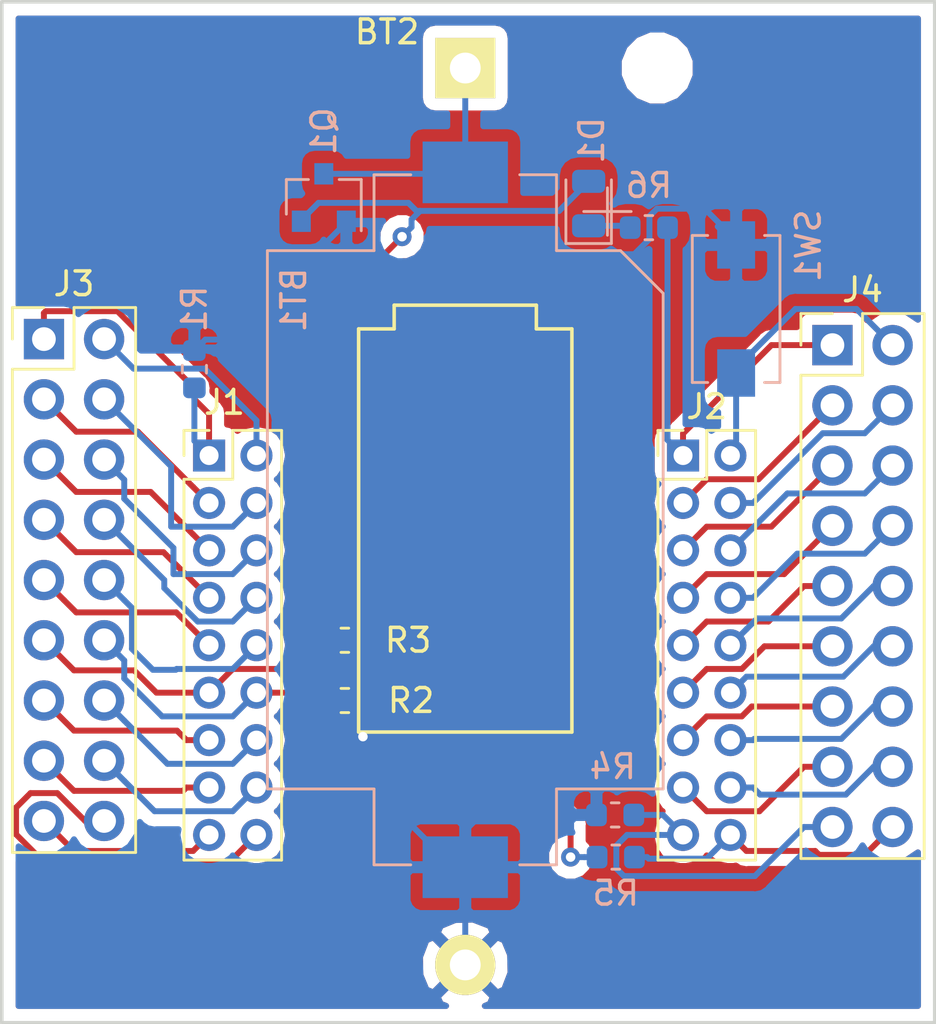
<source format=kicad_pcb>
(kicad_pcb (version 20171130) (host pcbnew 5.0.2-bee76a0~70~ubuntu18.04.1)

  (general
    (thickness 1.6)
    (drawings 4)
    (tracks 250)
    (zones 0)
    (modules 15)
    (nets 41)
  )

  (page A4)
  (layers
    (0 F.Cu signal hide)
    (31 B.Cu signal hide)
    (32 B.Adhes user)
    (33 F.Adhes user)
    (34 B.Paste user)
    (35 F.Paste user)
    (36 B.SilkS user)
    (37 F.SilkS user)
    (38 B.Mask user)
    (39 F.Mask user)
    (40 Dwgs.User user)
    (41 Cmts.User user)
    (42 Eco1.User user)
    (43 Eco2.User user)
    (44 Edge.Cuts user)
    (45 Margin user)
    (46 B.CrtYd user)
    (47 F.CrtYd user)
    (48 B.Fab user)
    (49 F.Fab user)
  )

  (setup
    (last_trace_width 0.25)
    (trace_clearance 0.2)
    (zone_clearance 0.508)
    (zone_45_only no)
    (trace_min 0.2)
    (segment_width 0.2)
    (edge_width 0.15)
    (via_size 0.8)
    (via_drill 0.4)
    (via_min_size 0.4)
    (via_min_drill 0.3)
    (uvia_size 0.3)
    (uvia_drill 0.1)
    (uvias_allowed no)
    (uvia_min_size 0.2)
    (uvia_min_drill 0.1)
    (pcb_text_width 0.3)
    (pcb_text_size 1.5 1.5)
    (mod_edge_width 0.15)
    (mod_text_size 1 1)
    (mod_text_width 0.15)
    (pad_size 1.524 1.524)
    (pad_drill 0.762)
    (pad_to_mask_clearance 0.051)
    (solder_mask_min_width 0.25)
    (aux_axis_origin 0 0)
    (visible_elements FFFFFF7F)
    (pcbplotparams
      (layerselection 0x010fc_ffffffff)
      (usegerberextensions false)
      (usegerberattributes false)
      (usegerberadvancedattributes false)
      (creategerberjobfile false)
      (excludeedgelayer true)
      (linewidth 0.100000)
      (plotframeref false)
      (viasonmask false)
      (mode 1)
      (useauxorigin false)
      (hpglpennumber 1)
      (hpglpenspeed 20)
      (hpglpendiameter 15.000000)
      (psnegative false)
      (psa4output false)
      (plotreference true)
      (plotvalue true)
      (plotinvisibletext false)
      (padsonsilk false)
      (subtractmaskfromsilk false)
      (outputformat 1)
      (mirror false)
      (drillshape 1)
      (scaleselection 1)
      (outputdirectory ""))
  )

  (net 0 "")
  (net 1 GND)
  (net 2 +BATT)
  (net 3 "Net-(J1-Pad1)")
  (net 4 "Net-(J1-Pad2)")
  (net 5 "Net-(J1-Pad3)")
  (net 6 "Net-(J1-Pad4)")
  (net 7 "Net-(J1-Pad5)")
  (net 8 "Net-(J1-Pad6)")
  (net 9 "Net-(J1-Pad7)")
  (net 10 "Net-(J1-Pad8)")
  (net 11 "Net-(J1-Pad9)")
  (net 12 "Net-(J1-Pad10)")
  (net 13 "Net-(J1-Pad11)")
  (net 14 "Net-(J1-Pad12)")
  (net 15 "Net-(J1-Pad13)")
  (net 16 "Net-(J1-Pad14)")
  (net 17 "Net-(J1-Pad15)")
  (net 18 "Net-(J1-Pad16)")
  (net 19 "Net-(J1-Pad17)")
  (net 20 "Net-(J1-Pad18)")
  (net 21 "Net-(J2-Pad18)")
  (net 22 "Net-(J2-Pad17)")
  (net 23 "Net-(J2-Pad16)")
  (net 24 "Net-(J2-Pad15)")
  (net 25 "Net-(J2-Pad14)")
  (net 26 "Net-(J2-Pad13)")
  (net 27 "Net-(J2-Pad12)")
  (net 28 "Net-(J2-Pad11)")
  (net 29 "Net-(J2-Pad10)")
  (net 30 "Net-(J2-Pad9)")
  (net 31 "Net-(J2-Pad8)")
  (net 32 "Net-(J2-Pad7)")
  (net 33 "Net-(J2-Pad6)")
  (net 34 "Net-(J2-Pad5)")
  (net 35 "Net-(J2-Pad4)")
  (net 36 "Net-(J2-Pad3)")
  (net 37 /BTN)
  (net 38 /LED)
  (net 39 VDD)
  (net 40 "Net-(D1-Pad1)")

  (net_class Default "To jest domyślna klasa połączeń."
    (clearance 0.2)
    (trace_width 0.25)
    (via_dia 0.8)
    (via_drill 0.4)
    (uvia_dia 0.3)
    (uvia_drill 0.1)
    (add_net +BATT)
    (add_net /BTN)
    (add_net /LED)
    (add_net GND)
    (add_net "Net-(D1-Pad1)")
    (add_net "Net-(J1-Pad1)")
    (add_net "Net-(J1-Pad10)")
    (add_net "Net-(J1-Pad11)")
    (add_net "Net-(J1-Pad12)")
    (add_net "Net-(J1-Pad13)")
    (add_net "Net-(J1-Pad14)")
    (add_net "Net-(J1-Pad15)")
    (add_net "Net-(J1-Pad16)")
    (add_net "Net-(J1-Pad17)")
    (add_net "Net-(J1-Pad18)")
    (add_net "Net-(J1-Pad2)")
    (add_net "Net-(J1-Pad3)")
    (add_net "Net-(J1-Pad4)")
    (add_net "Net-(J1-Pad5)")
    (add_net "Net-(J1-Pad6)")
    (add_net "Net-(J1-Pad7)")
    (add_net "Net-(J1-Pad8)")
    (add_net "Net-(J1-Pad9)")
    (add_net "Net-(J2-Pad10)")
    (add_net "Net-(J2-Pad11)")
    (add_net "Net-(J2-Pad12)")
    (add_net "Net-(J2-Pad13)")
    (add_net "Net-(J2-Pad14)")
    (add_net "Net-(J2-Pad15)")
    (add_net "Net-(J2-Pad16)")
    (add_net "Net-(J2-Pad17)")
    (add_net "Net-(J2-Pad18)")
    (add_net "Net-(J2-Pad3)")
    (add_net "Net-(J2-Pad4)")
    (add_net "Net-(J2-Pad5)")
    (add_net "Net-(J2-Pad6)")
    (add_net "Net-(J2-Pad7)")
    (add_net "Net-(J2-Pad8)")
    (add_net "Net-(J2-Pad9)")
    (add_net VDD)
  )

  (module Connector_PinHeader_2.54mm:PinHeader_2x09_P2.54mm_Vertical (layer F.Cu) (tedit 59FED5CC) (tstamp 5C48CE5C)
    (at 113.03 85.09)
    (descr "Through hole straight pin header, 2x09, 2.54mm pitch, double rows")
    (tags "Through hole pin header THT 2x09 2.54mm double row")
    (path /5C39CE86)
    (fp_text reference J3 (at 1.27 -2.33) (layer F.SilkS)
      (effects (font (size 1 1) (thickness 0.15)))
    )
    (fp_text value Conn_02x09_Odd_Even (at 1.27 22.65) (layer F.Fab)
      (effects (font (size 1 1) (thickness 0.15)))
    )
    (fp_line (start 0 -1.27) (end 3.81 -1.27) (layer F.Fab) (width 0.1))
    (fp_line (start 3.81 -1.27) (end 3.81 21.59) (layer F.Fab) (width 0.1))
    (fp_line (start 3.81 21.59) (end -1.27 21.59) (layer F.Fab) (width 0.1))
    (fp_line (start -1.27 21.59) (end -1.27 0) (layer F.Fab) (width 0.1))
    (fp_line (start -1.27 0) (end 0 -1.27) (layer F.Fab) (width 0.1))
    (fp_line (start -1.33 21.65) (end 3.87 21.65) (layer F.SilkS) (width 0.12))
    (fp_line (start -1.33 1.27) (end -1.33 21.65) (layer F.SilkS) (width 0.12))
    (fp_line (start 3.87 -1.33) (end 3.87 21.65) (layer F.SilkS) (width 0.12))
    (fp_line (start -1.33 1.27) (end 1.27 1.27) (layer F.SilkS) (width 0.12))
    (fp_line (start 1.27 1.27) (end 1.27 -1.33) (layer F.SilkS) (width 0.12))
    (fp_line (start 1.27 -1.33) (end 3.87 -1.33) (layer F.SilkS) (width 0.12))
    (fp_line (start -1.33 0) (end -1.33 -1.33) (layer F.SilkS) (width 0.12))
    (fp_line (start -1.33 -1.33) (end 0 -1.33) (layer F.SilkS) (width 0.12))
    (fp_line (start -1.8 -1.8) (end -1.8 22.1) (layer F.CrtYd) (width 0.05))
    (fp_line (start -1.8 22.1) (end 4.35 22.1) (layer F.CrtYd) (width 0.05))
    (fp_line (start 4.35 22.1) (end 4.35 -1.8) (layer F.CrtYd) (width 0.05))
    (fp_line (start 4.35 -1.8) (end -1.8 -1.8) (layer F.CrtYd) (width 0.05))
    (fp_text user %R (at 1.27 10.16 90) (layer F.Fab)
      (effects (font (size 1 1) (thickness 0.15)))
    )
    (pad 1 thru_hole rect (at 0 0) (size 1.7 1.7) (drill 1) (layers *.Cu *.Mask)
      (net 3 "Net-(J1-Pad1)"))
    (pad 2 thru_hole oval (at 2.54 0) (size 1.7 1.7) (drill 1) (layers *.Cu *.Mask)
      (net 4 "Net-(J1-Pad2)"))
    (pad 3 thru_hole oval (at 0 2.54) (size 1.7 1.7) (drill 1) (layers *.Cu *.Mask)
      (net 5 "Net-(J1-Pad3)"))
    (pad 4 thru_hole oval (at 2.54 2.54) (size 1.7 1.7) (drill 1) (layers *.Cu *.Mask)
      (net 6 "Net-(J1-Pad4)"))
    (pad 5 thru_hole oval (at 0 5.08) (size 1.7 1.7) (drill 1) (layers *.Cu *.Mask)
      (net 7 "Net-(J1-Pad5)"))
    (pad 6 thru_hole oval (at 2.54 5.08) (size 1.7 1.7) (drill 1) (layers *.Cu *.Mask)
      (net 8 "Net-(J1-Pad6)"))
    (pad 7 thru_hole oval (at 0 7.62) (size 1.7 1.7) (drill 1) (layers *.Cu *.Mask)
      (net 9 "Net-(J1-Pad7)"))
    (pad 8 thru_hole oval (at 2.54 7.62) (size 1.7 1.7) (drill 1) (layers *.Cu *.Mask)
      (net 10 "Net-(J1-Pad8)"))
    (pad 9 thru_hole oval (at 0 10.16) (size 1.7 1.7) (drill 1) (layers *.Cu *.Mask)
      (net 11 "Net-(J1-Pad9)"))
    (pad 10 thru_hole oval (at 2.54 10.16) (size 1.7 1.7) (drill 1) (layers *.Cu *.Mask)
      (net 12 "Net-(J1-Pad10)"))
    (pad 11 thru_hole oval (at 0 12.7) (size 1.7 1.7) (drill 1) (layers *.Cu *.Mask)
      (net 13 "Net-(J1-Pad11)"))
    (pad 12 thru_hole oval (at 2.54 12.7) (size 1.7 1.7) (drill 1) (layers *.Cu *.Mask)
      (net 14 "Net-(J1-Pad12)"))
    (pad 13 thru_hole oval (at 0 15.24) (size 1.7 1.7) (drill 1) (layers *.Cu *.Mask)
      (net 15 "Net-(J1-Pad13)"))
    (pad 14 thru_hole oval (at 2.54 15.24) (size 1.7 1.7) (drill 1) (layers *.Cu *.Mask)
      (net 16 "Net-(J1-Pad14)"))
    (pad 15 thru_hole oval (at 0 17.78) (size 1.7 1.7) (drill 1) (layers *.Cu *.Mask)
      (net 17 "Net-(J1-Pad15)"))
    (pad 16 thru_hole oval (at 2.54 17.78) (size 1.7 1.7) (drill 1) (layers *.Cu *.Mask)
      (net 18 "Net-(J1-Pad16)"))
    (pad 17 thru_hole oval (at 0 20.32) (size 1.7 1.7) (drill 1) (layers *.Cu *.Mask)
      (net 19 "Net-(J1-Pad17)"))
    (pad 18 thru_hole oval (at 2.54 20.32) (size 1.7 1.7) (drill 1) (layers *.Cu *.Mask)
      (net 20 "Net-(J1-Pad18)"))
    (model ${KISYS3DMOD}/Connector_PinHeader_2.54mm.3dshapes/PinHeader_2x09_P2.54mm_Vertical.wrl
      (at (xyz 0 0 0))
      (scale (xyz 1 1 1))
      (rotate (xyz 0 0 0))
    )
  )

  (module Battery:BatteryHolder_Keystone_1060_1x2032 (layer B.Cu) (tedit 5B98EF5E) (tstamp 5C48D012)
    (at 130.81 92.71 270)
    (descr http://www.keyelco.com/product-pdf.cfm?p=726)
    (tags "CR2032 BR2032 BatteryHolder Battery")
    (path /5C3C1D63)
    (attr smd)
    (fp_text reference BT1 (at -9.271 7.239 270) (layer B.SilkS)
      (effects (font (size 1 1) (thickness 0.15)) (justify mirror))
    )
    (fp_text value Battery_Cell (at 0 11.75 270) (layer B.Fab)
      (effects (font (size 1 1) (thickness 0.15)) (justify mirror))
    )
    (fp_circle (center 0 0) (end -10.2 0) (layer Dwgs.User) (width 0.3))
    (fp_line (start 11 -8) (end -9.4 -8) (layer B.Fab) (width 0.1))
    (fp_line (start 11 8) (end -11 8) (layer B.Fab) (width 0.1))
    (fp_line (start 11 -8) (end 11 -3.5) (layer B.Fab) (width 0.1))
    (fp_line (start 11 8) (end 11 3.5) (layer B.Fab) (width 0.1))
    (fp_line (start -11 8) (end -11 3.5) (layer B.Fab) (width 0.1))
    (fp_line (start -11 -6.4) (end -11 -3.5) (layer B.Fab) (width 0.1))
    (fp_line (start -11 -3.5) (end -14.2 -3.5) (layer B.Fab) (width 0.1))
    (fp_line (start -14.2 -3.5) (end -14.2 3.5) (layer B.Fab) (width 0.1))
    (fp_line (start -14.2 3.5) (end -11 3.5) (layer B.Fab) (width 0.1))
    (fp_line (start 11 -3.5) (end 14.2 -3.5) (layer B.Fab) (width 0.1))
    (fp_line (start 14.2 -3.5) (end 14.2 3.5) (layer B.Fab) (width 0.1))
    (fp_line (start 14.2 3.5) (end 11 3.5) (layer B.Fab) (width 0.1))
    (fp_line (start -9.4 -8) (end -11 -6.4) (layer B.Fab) (width 0.1))
    (fp_line (start 11.35 -3.85) (end 14.55 -3.85) (layer B.SilkS) (width 0.12))
    (fp_line (start 14.55 -3.85) (end 14.55 -2.3) (layer B.SilkS) (width 0.12))
    (fp_line (start 11.35 -8.35) (end 11.35 -3.85) (layer B.SilkS) (width 0.12))
    (fp_line (start 11.35 -8.35) (end -9.55 -8.35) (layer B.SilkS) (width 0.12))
    (fp_line (start -11.35 -6.55) (end -11.35 -3.85) (layer B.SilkS) (width 0.12))
    (fp_line (start -9.55 -8.35) (end -11.35 -6.55) (layer B.SilkS) (width 0.12))
    (fp_line (start -11.35 -3.85) (end -14.55 -3.85) (layer B.SilkS) (width 0.12))
    (fp_line (start -14.55 -3.85) (end -14.55 -2.3) (layer B.SilkS) (width 0.12))
    (fp_line (start -11.35 3.85) (end -14.55 3.85) (layer B.SilkS) (width 0.12))
    (fp_line (start -14.55 3.85) (end -14.55 2.3) (layer B.SilkS) (width 0.12))
    (fp_line (start 11.35 3.85) (end 14.55 3.85) (layer B.SilkS) (width 0.12))
    (fp_line (start 14.55 3.85) (end 14.55 2.3) (layer B.SilkS) (width 0.12))
    (fp_line (start -11.35 8.35) (end 11.35 8.35) (layer B.SilkS) (width 0.12))
    (fp_line (start -11.35 8.35) (end -11.35 3.85) (layer B.SilkS) (width 0.12))
    (fp_line (start 11.35 8.35) (end 11.35 3.85) (layer B.SilkS) (width 0.12))
    (fp_arc (start 0 0) (end -6.5 -8.5) (angle 74.81070976) (layer B.CrtYd) (width 0.05))
    (fp_line (start 11.5 -8.5) (end 6.5 -8.5) (layer B.CrtYd) (width 0.05))
    (fp_line (start -6.5 -8.5) (end -11.5 -8.5) (layer B.CrtYd) (width 0.05))
    (fp_line (start -11.5 -4) (end -11.5 -8.5) (layer B.CrtYd) (width 0.05))
    (fp_line (start -14.7 -4) (end -11.5 -4) (layer B.CrtYd) (width 0.05))
    (fp_line (start -14.7 -4) (end -14.7 -2.3) (layer B.CrtYd) (width 0.05))
    (fp_line (start -14.7 -2.3) (end -16.45 -2.3) (layer B.CrtYd) (width 0.05))
    (fp_line (start -16.45 -2.3) (end -16.45 2.3) (layer B.CrtYd) (width 0.05))
    (fp_line (start -14.7 2.3) (end -16.45 2.3) (layer B.CrtYd) (width 0.05))
    (fp_line (start -14.7 2.3) (end -14.7 4) (layer B.CrtYd) (width 0.05))
    (fp_line (start -14.7 4) (end -11.5 4) (layer B.CrtYd) (width 0.05))
    (fp_line (start -11.5 4) (end -11.5 8.5) (layer B.CrtYd) (width 0.05))
    (fp_line (start -11.5 8.5) (end -6.5 8.5) (layer B.CrtYd) (width 0.05))
    (fp_line (start 11.5 8.5) (end 11.5 4) (layer B.CrtYd) (width 0.05))
    (fp_line (start 11.5 4) (end 14.7 4) (layer B.CrtYd) (width 0.05))
    (fp_line (start 14.7 4) (end 14.7 2.3) (layer B.CrtYd) (width 0.05))
    (fp_line (start 14.7 2.3) (end 16.45 2.3) (layer B.CrtYd) (width 0.05))
    (fp_line (start 16.45 2.3) (end 16.45 -2.3) (layer B.CrtYd) (width 0.05))
    (fp_line (start 16.45 -2.3) (end 14.7 -2.3) (layer B.CrtYd) (width 0.05))
    (fp_line (start 14.7 -2.3) (end 14.7 -4) (layer B.CrtYd) (width 0.05))
    (fp_line (start 14.7 -4) (end 11.5 -4) (layer B.CrtYd) (width 0.05))
    (fp_line (start 11.5 -4) (end 11.5 -8.5) (layer B.CrtYd) (width 0.05))
    (fp_arc (start 0 0) (end 6.5 8.5) (angle 74.81070976) (layer B.CrtYd) (width 0.05))
    (fp_line (start 11.5 8.5) (end 6.5 8.5) (layer B.CrtYd) (width 0.05))
    (fp_text user %R (at 0 0 270) (layer B.Fab)
      (effects (font (size 1 1) (thickness 0.15)) (justify mirror))
    )
    (fp_line (start -13 -5) (end -13 -7) (layer B.SilkS) (width 0.12))
    (fp_line (start -12 -6) (end -14 -6) (layer B.SilkS) (width 0.12))
    (pad 2 smd rect (at 14.65 0 90) (size 2.6 3.6) (layers B.Cu B.Paste B.Mask)
      (net 1 GND))
    (pad 1 smd rect (at -14.65 0 90) (size 2.6 3.6) (layers B.Cu B.Paste B.Mask)
      (net 2 +BATT))
    (model ${KISYS3DMOD}/Battery.3dshapes/BatteryHolder_Keystone_1060_1x2032.wrl
      (at (xyz 0 0 0))
      (scale (xyz 1 1 1))
      (rotate (xyz 0 0 0))
    )
  )

  (module mysensors_connectors:CR123_holder (layer F.Cu) (tedit 55F2FFA5) (tstamp 5C48C9AE)
    (at 130.81 73.66)
    (descr "CR123 battery holder")
    (tags "Battery holder, CR123")
    (path /5C3C1DBD)
    (fp_text reference BT2 (at -3.302 -1.524) (layer F.SilkS)
      (effects (font (size 1 1) (thickness 0.15)))
    )
    (fp_text value Battery_Cell (at 0 2.54) (layer F.Fab)
      (effects (font (size 1 1) (thickness 0.15)))
    )
    (fp_line (start -4.5 28) (end 4.5 28) (layer F.SilkS) (width 0.15))
    (fp_line (start 4.5 28) (end 4.5 11) (layer F.SilkS) (width 0.15))
    (fp_line (start 4.5 11) (end 3 11) (layer F.SilkS) (width 0.15))
    (fp_line (start 3 11) (end 3 10) (layer F.SilkS) (width 0.15))
    (fp_line (start 3 10) (end -3 10) (layer F.SilkS) (width 0.15))
    (fp_line (start -3 10) (end -3 11) (layer F.SilkS) (width 0.15))
    (fp_line (start -3 11) (end -4.5 11) (layer F.SilkS) (width 0.15))
    (fp_line (start -4.5 11) (end -4.5 28) (layer F.SilkS) (width 0.15))
    (fp_line (start -9.25 -2.75) (end 9.25 -2.75) (layer F.CrtYd) (width 0.15))
    (fp_line (start 9.25 -2.75) (end 9.25 40.25) (layer F.CrtYd) (width 0.15))
    (fp_line (start -9.25 40.25) (end 9.25 40.25) (layer F.CrtYd) (width 0.15))
    (fp_line (start -9.25 -2.75) (end -9.25 40.25) (layer F.CrtYd) (width 0.15))
    (pad 1 thru_hole rect (at 0 0) (size 2.54 2.54) (drill 1.3) (layers *.Cu *.Mask F.SilkS)
      (net 2 +BATT))
    (pad 2 thru_hole circle (at 0 37.82) (size 2.54 2.54) (drill 1.3) (layers *.Cu *.Mask F.SilkS)
      (net 1 GND))
    (pad "" np_thru_hole circle (at 8.1 0) (size 1.98 1.98) (drill 1.98) (layers *.Cu Dwgs.User))
    (model ${MYSLOCAL}/mysensors.3dshapes/mysensors_connectors.3dshapes/cr123_holder.wrl
      (offset (xyz 0 -18.94839971542358 7.111999893188477))
      (scale (xyz 1 1 1))
      (rotate (xyz 0 0 0))
    )
    (model Pin_Headers.3dshapes/Pin_Header_Straight_1x01.wrl
      (at (xyz 0 0 0))
      (scale (xyz 1 1 1))
      (rotate (xyz 0 0 0))
    )
    (model Pin_Headers.3dshapes/Pin_Header_Straight_1x01.wrl
      (offset (xyz 0 -37.84599943161011 0))
      (scale (xyz 1 1 1))
      (rotate (xyz 0 0 0))
    )
  )

  (module LED_SMD:LED_0805_2012Metric (layer B.Cu) (tedit 5B36C52C) (tstamp 5C48C20E)
    (at 136.017 79.375 90)
    (descr "LED SMD 0805 (2012 Metric), square (rectangular) end terminal, IPC_7351 nominal, (Body size source: https://docs.google.com/spreadsheets/d/1BsfQQcO9C6DZCsRaXUlFlo91Tg2WpOkGARC1WS5S8t0/edit?usp=sharing), generated with kicad-footprint-generator")
    (tags diode)
    (path /5C429573)
    (attr smd)
    (fp_text reference D1 (at 2.667 0.127 90) (layer B.SilkS)
      (effects (font (size 1 1) (thickness 0.15)) (justify mirror))
    )
    (fp_text value LED (at 0 -1.65 90) (layer B.Fab)
      (effects (font (size 1 1) (thickness 0.15)) (justify mirror))
    )
    (fp_line (start 1 0.6) (end -0.7 0.6) (layer B.Fab) (width 0.1))
    (fp_line (start -0.7 0.6) (end -1 0.3) (layer B.Fab) (width 0.1))
    (fp_line (start -1 0.3) (end -1 -0.6) (layer B.Fab) (width 0.1))
    (fp_line (start -1 -0.6) (end 1 -0.6) (layer B.Fab) (width 0.1))
    (fp_line (start 1 -0.6) (end 1 0.6) (layer B.Fab) (width 0.1))
    (fp_line (start 1 0.96) (end -1.685 0.96) (layer B.SilkS) (width 0.12))
    (fp_line (start -1.685 0.96) (end -1.685 -0.96) (layer B.SilkS) (width 0.12))
    (fp_line (start -1.685 -0.96) (end 1 -0.96) (layer B.SilkS) (width 0.12))
    (fp_line (start -1.68 -0.95) (end -1.68 0.95) (layer B.CrtYd) (width 0.05))
    (fp_line (start -1.68 0.95) (end 1.68 0.95) (layer B.CrtYd) (width 0.05))
    (fp_line (start 1.68 0.95) (end 1.68 -0.95) (layer B.CrtYd) (width 0.05))
    (fp_line (start 1.68 -0.95) (end -1.68 -0.95) (layer B.CrtYd) (width 0.05))
    (fp_text user %R (at 0 0 90) (layer B.Fab)
      (effects (font (size 0.5 0.5) (thickness 0.08)) (justify mirror))
    )
    (pad 1 smd roundrect (at -0.9375 0 90) (size 0.975 1.4) (layers B.Cu B.Paste B.Mask) (roundrect_rratio 0.25)
      (net 40 "Net-(D1-Pad1)"))
    (pad 2 smd roundrect (at 0.9375 0 90) (size 0.975 1.4) (layers B.Cu B.Paste B.Mask) (roundrect_rratio 0.25)
      (net 39 VDD))
    (model ${KISYS3DMOD}/LED_SMD.3dshapes/LED_0805_2012Metric.wrl
      (at (xyz 0 0 0))
      (scale (xyz 1 1 1))
      (rotate (xyz 0 0 0))
    )
  )

  (module Connector_PinHeader_2.00mm:PinHeader_2x09_P2.00mm_Vertical (layer F.Cu) (tedit 5C3A03D7) (tstamp 5C48CB8B)
    (at 120 90)
    (descr "Through hole straight pin header, 2x09, 2.00mm pitch, double rows")
    (tags "Through hole pin header THT 2x09 2.00mm double row")
    (path /5C39CC89)
    (fp_text reference J1 (at 0.65 -2.243) (layer F.SilkS)
      (effects (font (size 1 1) (thickness 0.15)))
    )
    (fp_text value Conn_02x09_Odd_Even (at 1 18.06) (layer F.Fab)
      (effects (font (size 1 1) (thickness 0.15)))
    )
    (fp_line (start 0 -1) (end 3 -1) (layer F.Fab) (width 0.1))
    (fp_line (start 3 -1) (end 3 17) (layer F.Fab) (width 0.1))
    (fp_line (start 3 17) (end -1 17) (layer F.Fab) (width 0.1))
    (fp_line (start -1 17) (end -1 0) (layer F.Fab) (width 0.1))
    (fp_line (start -1 0) (end 0 -1) (layer F.Fab) (width 0.1))
    (fp_line (start -1.06 17.06) (end 3.06 17.06) (layer F.SilkS) (width 0.12))
    (fp_line (start -1.06 1) (end -1.06 17.06) (layer F.SilkS) (width 0.12))
    (fp_line (start 3.06 -1.06) (end 3.06 17.06) (layer F.SilkS) (width 0.12))
    (fp_line (start -1.06 1) (end 1 1) (layer F.SilkS) (width 0.12))
    (fp_line (start 1 1) (end 1 -1.06) (layer F.SilkS) (width 0.12))
    (fp_line (start 1 -1.06) (end 3.06 -1.06) (layer F.SilkS) (width 0.12))
    (fp_line (start -1.06 0) (end -1.06 -1.06) (layer F.SilkS) (width 0.12))
    (fp_line (start -1.06 -1.06) (end 0 -1.06) (layer F.SilkS) (width 0.12))
    (fp_line (start -1.5 -1.5) (end -1.5 17.5) (layer F.CrtYd) (width 0.05))
    (fp_line (start -1.5 17.5) (end 3.5 17.5) (layer F.CrtYd) (width 0.05))
    (fp_line (start 3.5 17.5) (end 3.5 -1.5) (layer F.CrtYd) (width 0.05))
    (fp_line (start 3.5 -1.5) (end -1.5 -1.5) (layer F.CrtYd) (width 0.05))
    (fp_text user %R (at 1 8 90) (layer F.Fab)
      (effects (font (size 1 1) (thickness 0.15)))
    )
    (pad 1 thru_hole rect (at 0 0) (size 1.35 1.35) (drill 0.8) (layers *.Cu *.Mask)
      (net 3 "Net-(J1-Pad1)"))
    (pad 2 thru_hole oval (at 2 0) (size 1.35 1.35) (drill 0.8) (layers *.Cu *.Mask)
      (net 4 "Net-(J1-Pad2)"))
    (pad 3 thru_hole oval (at 0 2) (size 1.35 1.35) (drill 0.8) (layers *.Cu *.Mask)
      (net 5 "Net-(J1-Pad3)"))
    (pad 4 thru_hole oval (at 2 2) (size 1.35 1.35) (drill 0.8) (layers *.Cu *.Mask)
      (net 6 "Net-(J1-Pad4)"))
    (pad 5 thru_hole oval (at 0 4) (size 1.35 1.35) (drill 0.8) (layers *.Cu *.Mask)
      (net 7 "Net-(J1-Pad5)"))
    (pad 6 thru_hole oval (at 2 4) (size 1.35 1.35) (drill 0.8) (layers *.Cu *.Mask)
      (net 8 "Net-(J1-Pad6)"))
    (pad 7 thru_hole oval (at 0 6) (size 1.35 1.35) (drill 0.8) (layers *.Cu *.Mask)
      (net 9 "Net-(J1-Pad7)"))
    (pad 8 thru_hole oval (at 2 6) (size 1.35 1.35) (drill 0.8) (layers *.Cu *.Mask)
      (net 10 "Net-(J1-Pad8)"))
    (pad 9 thru_hole oval (at 0 8) (size 1.35 1.35) (drill 0.8) (layers *.Cu *.Mask)
      (net 11 "Net-(J1-Pad9)"))
    (pad 10 thru_hole oval (at 2 8) (size 1.35 1.35) (drill 0.8) (layers *.Cu *.Mask)
      (net 12 "Net-(J1-Pad10)"))
    (pad 11 thru_hole oval (at 0 10) (size 1.35 1.35) (drill 0.8) (layers *.Cu *.Mask)
      (net 13 "Net-(J1-Pad11)"))
    (pad 12 thru_hole oval (at 2 10) (size 1.35 1.35) (drill 0.8) (layers *.Cu *.Mask)
      (net 14 "Net-(J1-Pad12)"))
    (pad 13 thru_hole oval (at 0 12) (size 1.35 1.35) (drill 0.8) (layers *.Cu *.Mask)
      (net 15 "Net-(J1-Pad13)"))
    (pad 14 thru_hole oval (at 2 12) (size 1.35 1.35) (drill 0.8) (layers *.Cu *.Mask)
      (net 16 "Net-(J1-Pad14)"))
    (pad 15 thru_hole oval (at 0 14) (size 1.35 1.35) (drill 0.8) (layers *.Cu *.Mask)
      (net 17 "Net-(J1-Pad15)"))
    (pad 16 thru_hole oval (at 2 14) (size 1.35 1.35) (drill 0.8) (layers *.Cu *.Mask)
      (net 18 "Net-(J1-Pad16)"))
    (pad 17 thru_hole oval (at 0 16) (size 1.35 1.35) (drill 0.8) (layers *.Cu *.Mask)
      (net 19 "Net-(J1-Pad17)"))
    (pad 18 thru_hole oval (at 2 16) (size 1.35 1.35) (drill 0.8) (layers *.Cu *.Mask)
      (net 20 "Net-(J1-Pad18)"))
    (model ${KISYS3DMOD}/Connector_PinHeader_2.00mm.3dshapes/PinHeader_2x09_P2.00mm_Vertical.wrl
      (at (xyz 0 0 0))
      (scale (xyz 1 1 1))
      (rotate (xyz 0 0 0))
    )
  )

  (module Connector_PinHeader_2.00mm:PinHeader_2x09_P2.00mm_Vertical (layer F.Cu) (tedit 59FED667) (tstamp 5C48C879)
    (at 140 90)
    (descr "Through hole straight pin header, 2x09, 2.00mm pitch, double rows")
    (tags "Through hole pin header THT 2x09 2.00mm double row")
    (path /5C39CE38)
    (fp_text reference J2 (at 1 -2.06) (layer F.SilkS)
      (effects (font (size 1 1) (thickness 0.15)))
    )
    (fp_text value Conn_02x09_Odd_Even (at 1 18.06) (layer F.Fab)
      (effects (font (size 1 1) (thickness 0.15)))
    )
    (fp_text user %R (at 1 8 90) (layer F.Fab)
      (effects (font (size 1 1) (thickness 0.15)))
    )
    (fp_line (start 3.5 -1.5) (end -1.5 -1.5) (layer F.CrtYd) (width 0.05))
    (fp_line (start 3.5 17.5) (end 3.5 -1.5) (layer F.CrtYd) (width 0.05))
    (fp_line (start -1.5 17.5) (end 3.5 17.5) (layer F.CrtYd) (width 0.05))
    (fp_line (start -1.5 -1.5) (end -1.5 17.5) (layer F.CrtYd) (width 0.05))
    (fp_line (start -1.06 -1.06) (end 0 -1.06) (layer F.SilkS) (width 0.12))
    (fp_line (start -1.06 0) (end -1.06 -1.06) (layer F.SilkS) (width 0.12))
    (fp_line (start 1 -1.06) (end 3.06 -1.06) (layer F.SilkS) (width 0.12))
    (fp_line (start 1 1) (end 1 -1.06) (layer F.SilkS) (width 0.12))
    (fp_line (start -1.06 1) (end 1 1) (layer F.SilkS) (width 0.12))
    (fp_line (start 3.06 -1.06) (end 3.06 17.06) (layer F.SilkS) (width 0.12))
    (fp_line (start -1.06 1) (end -1.06 17.06) (layer F.SilkS) (width 0.12))
    (fp_line (start -1.06 17.06) (end 3.06 17.06) (layer F.SilkS) (width 0.12))
    (fp_line (start -1 0) (end 0 -1) (layer F.Fab) (width 0.1))
    (fp_line (start -1 17) (end -1 0) (layer F.Fab) (width 0.1))
    (fp_line (start 3 17) (end -1 17) (layer F.Fab) (width 0.1))
    (fp_line (start 3 -1) (end 3 17) (layer F.Fab) (width 0.1))
    (fp_line (start 0 -1) (end 3 -1) (layer F.Fab) (width 0.1))
    (pad 18 thru_hole oval (at 2 16) (size 1.35 1.35) (drill 0.8) (layers *.Cu *.Mask)
      (net 21 "Net-(J2-Pad18)"))
    (pad 17 thru_hole oval (at 0 16) (size 1.35 1.35) (drill 0.8) (layers *.Cu *.Mask)
      (net 22 "Net-(J2-Pad17)"))
    (pad 16 thru_hole oval (at 2 14) (size 1.35 1.35) (drill 0.8) (layers *.Cu *.Mask)
      (net 23 "Net-(J2-Pad16)"))
    (pad 15 thru_hole oval (at 0 14) (size 1.35 1.35) (drill 0.8) (layers *.Cu *.Mask)
      (net 24 "Net-(J2-Pad15)"))
    (pad 14 thru_hole oval (at 2 12) (size 1.35 1.35) (drill 0.8) (layers *.Cu *.Mask)
      (net 25 "Net-(J2-Pad14)"))
    (pad 13 thru_hole oval (at 0 12) (size 1.35 1.35) (drill 0.8) (layers *.Cu *.Mask)
      (net 26 "Net-(J2-Pad13)"))
    (pad 12 thru_hole oval (at 2 10) (size 1.35 1.35) (drill 0.8) (layers *.Cu *.Mask)
      (net 27 "Net-(J2-Pad12)"))
    (pad 11 thru_hole oval (at 0 10) (size 1.35 1.35) (drill 0.8) (layers *.Cu *.Mask)
      (net 28 "Net-(J2-Pad11)"))
    (pad 10 thru_hole oval (at 2 8) (size 1.35 1.35) (drill 0.8) (layers *.Cu *.Mask)
      (net 29 "Net-(J2-Pad10)"))
    (pad 9 thru_hole oval (at 0 8) (size 1.35 1.35) (drill 0.8) (layers *.Cu *.Mask)
      (net 30 "Net-(J2-Pad9)"))
    (pad 8 thru_hole oval (at 2 6) (size 1.35 1.35) (drill 0.8) (layers *.Cu *.Mask)
      (net 31 "Net-(J2-Pad8)"))
    (pad 7 thru_hole oval (at 0 6) (size 1.35 1.35) (drill 0.8) (layers *.Cu *.Mask)
      (net 32 "Net-(J2-Pad7)"))
    (pad 6 thru_hole oval (at 2 4) (size 1.35 1.35) (drill 0.8) (layers *.Cu *.Mask)
      (net 33 "Net-(J2-Pad6)"))
    (pad 5 thru_hole oval (at 0 4) (size 1.35 1.35) (drill 0.8) (layers *.Cu *.Mask)
      (net 34 "Net-(J2-Pad5)"))
    (pad 4 thru_hole oval (at 2 2) (size 1.35 1.35) (drill 0.8) (layers *.Cu *.Mask)
      (net 35 "Net-(J2-Pad4)"))
    (pad 3 thru_hole oval (at 0 2) (size 1.35 1.35) (drill 0.8) (layers *.Cu *.Mask)
      (net 36 "Net-(J2-Pad3)"))
    (pad 2 thru_hole oval (at 2 0) (size 1.35 1.35) (drill 0.8) (layers *.Cu *.Mask)
      (net 37 /BTN))
    (pad 1 thru_hole rect (at 0 0) (size 1.35 1.35) (drill 0.8) (layers *.Cu *.Mask)
      (net 38 /LED))
    (model ${KISYS3DMOD}/Connector_PinHeader_2.00mm.3dshapes/PinHeader_2x09_P2.00mm_Vertical.wrl
      (at (xyz 0 0 0))
      (scale (xyz 1 1 1))
      (rotate (xyz 0 0 0))
    )
  )

  (module Connector_PinHeader_2.54mm:PinHeader_2x09_P2.54mm_Vertical (layer F.Cu) (tedit 59FED5CC) (tstamp 5C48C2AE)
    (at 146.304 85.344)
    (descr "Through hole straight pin header, 2x09, 2.54mm pitch, double rows")
    (tags "Through hole pin header THT 2x09 2.54mm double row")
    (path /5C39CED0)
    (fp_text reference J4 (at 1.27 -2.33) (layer F.SilkS)
      (effects (font (size 1 1) (thickness 0.15)))
    )
    (fp_text value Conn_02x09_Odd_Even (at 1.27 22.65) (layer F.Fab)
      (effects (font (size 1 1) (thickness 0.15)))
    )
    (fp_text user %R (at 1.27 10.16 90) (layer F.Fab)
      (effects (font (size 1 1) (thickness 0.15)))
    )
    (fp_line (start 4.35 -1.8) (end -1.8 -1.8) (layer F.CrtYd) (width 0.05))
    (fp_line (start 4.35 22.1) (end 4.35 -1.8) (layer F.CrtYd) (width 0.05))
    (fp_line (start -1.8 22.1) (end 4.35 22.1) (layer F.CrtYd) (width 0.05))
    (fp_line (start -1.8 -1.8) (end -1.8 22.1) (layer F.CrtYd) (width 0.05))
    (fp_line (start -1.33 -1.33) (end 0 -1.33) (layer F.SilkS) (width 0.12))
    (fp_line (start -1.33 0) (end -1.33 -1.33) (layer F.SilkS) (width 0.12))
    (fp_line (start 1.27 -1.33) (end 3.87 -1.33) (layer F.SilkS) (width 0.12))
    (fp_line (start 1.27 1.27) (end 1.27 -1.33) (layer F.SilkS) (width 0.12))
    (fp_line (start -1.33 1.27) (end 1.27 1.27) (layer F.SilkS) (width 0.12))
    (fp_line (start 3.87 -1.33) (end 3.87 21.65) (layer F.SilkS) (width 0.12))
    (fp_line (start -1.33 1.27) (end -1.33 21.65) (layer F.SilkS) (width 0.12))
    (fp_line (start -1.33 21.65) (end 3.87 21.65) (layer F.SilkS) (width 0.12))
    (fp_line (start -1.27 0) (end 0 -1.27) (layer F.Fab) (width 0.1))
    (fp_line (start -1.27 21.59) (end -1.27 0) (layer F.Fab) (width 0.1))
    (fp_line (start 3.81 21.59) (end -1.27 21.59) (layer F.Fab) (width 0.1))
    (fp_line (start 3.81 -1.27) (end 3.81 21.59) (layer F.Fab) (width 0.1))
    (fp_line (start 0 -1.27) (end 3.81 -1.27) (layer F.Fab) (width 0.1))
    (pad 18 thru_hole oval (at 2.54 20.32) (size 1.7 1.7) (drill 1) (layers *.Cu *.Mask)
      (net 21 "Net-(J2-Pad18)"))
    (pad 17 thru_hole oval (at 0 20.32) (size 1.7 1.7) (drill 1) (layers *.Cu *.Mask)
      (net 22 "Net-(J2-Pad17)"))
    (pad 16 thru_hole oval (at 2.54 17.78) (size 1.7 1.7) (drill 1) (layers *.Cu *.Mask)
      (net 23 "Net-(J2-Pad16)"))
    (pad 15 thru_hole oval (at 0 17.78) (size 1.7 1.7) (drill 1) (layers *.Cu *.Mask)
      (net 24 "Net-(J2-Pad15)"))
    (pad 14 thru_hole oval (at 2.54 15.24) (size 1.7 1.7) (drill 1) (layers *.Cu *.Mask)
      (net 25 "Net-(J2-Pad14)"))
    (pad 13 thru_hole oval (at 0 15.24) (size 1.7 1.7) (drill 1) (layers *.Cu *.Mask)
      (net 26 "Net-(J2-Pad13)"))
    (pad 12 thru_hole oval (at 2.54 12.7) (size 1.7 1.7) (drill 1) (layers *.Cu *.Mask)
      (net 27 "Net-(J2-Pad12)"))
    (pad 11 thru_hole oval (at 0 12.7) (size 1.7 1.7) (drill 1) (layers *.Cu *.Mask)
      (net 28 "Net-(J2-Pad11)"))
    (pad 10 thru_hole oval (at 2.54 10.16) (size 1.7 1.7) (drill 1) (layers *.Cu *.Mask)
      (net 29 "Net-(J2-Pad10)"))
    (pad 9 thru_hole oval (at 0 10.16) (size 1.7 1.7) (drill 1) (layers *.Cu *.Mask)
      (net 30 "Net-(J2-Pad9)"))
    (pad 8 thru_hole oval (at 2.54 7.62) (size 1.7 1.7) (drill 1) (layers *.Cu *.Mask)
      (net 31 "Net-(J2-Pad8)"))
    (pad 7 thru_hole oval (at 0 7.62) (size 1.7 1.7) (drill 1) (layers *.Cu *.Mask)
      (net 32 "Net-(J2-Pad7)"))
    (pad 6 thru_hole oval (at 2.54 5.08) (size 1.7 1.7) (drill 1) (layers *.Cu *.Mask)
      (net 33 "Net-(J2-Pad6)"))
    (pad 5 thru_hole oval (at 0 5.08) (size 1.7 1.7) (drill 1) (layers *.Cu *.Mask)
      (net 34 "Net-(J2-Pad5)"))
    (pad 4 thru_hole oval (at 2.54 2.54) (size 1.7 1.7) (drill 1) (layers *.Cu *.Mask)
      (net 35 "Net-(J2-Pad4)"))
    (pad 3 thru_hole oval (at 0 2.54) (size 1.7 1.7) (drill 1) (layers *.Cu *.Mask)
      (net 36 "Net-(J2-Pad3)"))
    (pad 2 thru_hole oval (at 2.54 0) (size 1.7 1.7) (drill 1) (layers *.Cu *.Mask)
      (net 37 /BTN))
    (pad 1 thru_hole rect (at 0 0) (size 1.7 1.7) (drill 1) (layers *.Cu *.Mask)
      (net 38 /LED))
    (model ${KISYS3DMOD}/Connector_PinHeader_2.54mm.3dshapes/PinHeader_2x09_P2.54mm_Vertical.wrl
      (at (xyz 0 0 0))
      (scale (xyz 1 1 1))
      (rotate (xyz 0 0 0))
    )
  )

  (module Package_TO_SOT_SMD:SOT-23 (layer B.Cu) (tedit 5A02FF57) (tstamp 5C48D4A0)
    (at 124.841 79.121 90)
    (descr "SOT-23, Standard")
    (tags SOT-23)
    (path /5C40453E)
    (attr smd)
    (fp_text reference Q1 (at 2.794 0 90) (layer B.SilkS)
      (effects (font (size 1 1) (thickness 0.15)) (justify mirror))
    )
    (fp_text value Q_PMOS_GSD (at 0 -2.5 90) (layer B.Fab)
      (effects (font (size 1 1) (thickness 0.15)) (justify mirror))
    )
    (fp_text user %R (at 0 0) (layer B.Fab)
      (effects (font (size 0.5 0.5) (thickness 0.075)) (justify mirror))
    )
    (fp_line (start -0.7 0.95) (end -0.7 -1.5) (layer B.Fab) (width 0.1))
    (fp_line (start -0.15 1.52) (end 0.7 1.52) (layer B.Fab) (width 0.1))
    (fp_line (start -0.7 0.95) (end -0.15 1.52) (layer B.Fab) (width 0.1))
    (fp_line (start 0.7 1.52) (end 0.7 -1.52) (layer B.Fab) (width 0.1))
    (fp_line (start -0.7 -1.52) (end 0.7 -1.52) (layer B.Fab) (width 0.1))
    (fp_line (start 0.76 -1.58) (end 0.76 -0.65) (layer B.SilkS) (width 0.12))
    (fp_line (start 0.76 1.58) (end 0.76 0.65) (layer B.SilkS) (width 0.12))
    (fp_line (start -1.7 1.75) (end 1.7 1.75) (layer B.CrtYd) (width 0.05))
    (fp_line (start 1.7 1.75) (end 1.7 -1.75) (layer B.CrtYd) (width 0.05))
    (fp_line (start 1.7 -1.75) (end -1.7 -1.75) (layer B.CrtYd) (width 0.05))
    (fp_line (start -1.7 -1.75) (end -1.7 1.75) (layer B.CrtYd) (width 0.05))
    (fp_line (start 0.76 1.58) (end -1.4 1.58) (layer B.SilkS) (width 0.12))
    (fp_line (start 0.76 -1.58) (end -0.7 -1.58) (layer B.SilkS) (width 0.12))
    (pad 1 smd rect (at -1 0.95 90) (size 0.9 0.8) (layers B.Cu B.Paste B.Mask)
      (net 1 GND))
    (pad 2 smd rect (at -1 -0.95 90) (size 0.9 0.8) (layers B.Cu B.Paste B.Mask)
      (net 39 VDD))
    (pad 3 smd rect (at 1 0 90) (size 0.9 0.8) (layers B.Cu B.Paste B.Mask)
      (net 2 +BATT))
    (model ${KISYS3DMOD}/Package_TO_SOT_SMD.3dshapes/SOT-23.wrl
      (at (xyz 0 0 0))
      (scale (xyz 1 1 1))
      (rotate (xyz 0 0 0))
    )
  )

  (module Resistor_SMD:R_0603_1608Metric (layer B.Cu) (tedit 5B301BBD) (tstamp 5C48C2D4)
    (at 119.38 86.36 270)
    (descr "Resistor SMD 0603 (1608 Metric), square (rectangular) end terminal, IPC_7351 nominal, (Body size source: http://www.tortai-tech.com/upload/download/2011102023233369053.pdf), generated with kicad-footprint-generator")
    (tags resistor)
    (path /5C3CDA8B)
    (attr smd)
    (fp_text reference R1 (at -2.54 0 270) (layer B.SilkS)
      (effects (font (size 1 1) (thickness 0.15)) (justify mirror))
    )
    (fp_text value 0 (at 0 -1.43 270) (layer B.Fab)
      (effects (font (size 1 1) (thickness 0.15)) (justify mirror))
    )
    (fp_line (start -0.8 -0.4) (end -0.8 0.4) (layer B.Fab) (width 0.1))
    (fp_line (start -0.8 0.4) (end 0.8 0.4) (layer B.Fab) (width 0.1))
    (fp_line (start 0.8 0.4) (end 0.8 -0.4) (layer B.Fab) (width 0.1))
    (fp_line (start 0.8 -0.4) (end -0.8 -0.4) (layer B.Fab) (width 0.1))
    (fp_line (start -0.162779 0.51) (end 0.162779 0.51) (layer B.SilkS) (width 0.12))
    (fp_line (start -0.162779 -0.51) (end 0.162779 -0.51) (layer B.SilkS) (width 0.12))
    (fp_line (start -1.48 -0.73) (end -1.48 0.73) (layer B.CrtYd) (width 0.05))
    (fp_line (start -1.48 0.73) (end 1.48 0.73) (layer B.CrtYd) (width 0.05))
    (fp_line (start 1.48 0.73) (end 1.48 -0.73) (layer B.CrtYd) (width 0.05))
    (fp_line (start 1.48 -0.73) (end -1.48 -0.73) (layer B.CrtYd) (width 0.05))
    (fp_text user %R (at 0 0 270) (layer B.Fab)
      (effects (font (size 0.4 0.4) (thickness 0.06)) (justify mirror))
    )
    (pad 1 smd roundrect (at -0.7875 0 270) (size 0.875 0.95) (layers B.Cu B.Paste B.Mask) (roundrect_rratio 0.25)
      (net 1 GND))
    (pad 2 smd roundrect (at 0.7875 0 270) (size 0.875 0.95) (layers B.Cu B.Paste B.Mask) (roundrect_rratio 0.25)
      (net 3 "Net-(J1-Pad1)"))
    (model ${KISYS3DMOD}/Resistor_SMD.3dshapes/R_0603_1608Metric.wrl
      (at (xyz 0 0 0))
      (scale (xyz 1 1 1))
      (rotate (xyz 0 0 0))
    )
  )

  (module Resistor_SMD:R_0603_1608Metric (layer F.Cu) (tedit 5C3A03BA) (tstamp 5C48C2E5)
    (at 125.73 100.33)
    (descr "Resistor SMD 0603 (1608 Metric), square (rectangular) end terminal, IPC_7351 nominal, (Body size source: http://www.tortai-tech.com/upload/download/2011102023233369053.pdf), generated with kicad-footprint-generator")
    (tags resistor)
    (path /5C3D4318)
    (attr smd)
    (fp_text reference R2 (at 2.794 0) (layer F.SilkS)
      (effects (font (size 1 1) (thickness 0.15)))
    )
    (fp_text value 0 (at 0 1.43) (layer F.Fab)
      (effects (font (size 1 1) (thickness 0.15)))
    )
    (fp_text user %R (at 0 0) (layer F.Fab)
      (effects (font (size 0.4 0.4) (thickness 0.06)))
    )
    (fp_line (start 1.48 0.73) (end -1.48 0.73) (layer F.CrtYd) (width 0.05))
    (fp_line (start 1.48 -0.73) (end 1.48 0.73) (layer F.CrtYd) (width 0.05))
    (fp_line (start -1.48 -0.73) (end 1.48 -0.73) (layer F.CrtYd) (width 0.05))
    (fp_line (start -1.48 0.73) (end -1.48 -0.73) (layer F.CrtYd) (width 0.05))
    (fp_line (start -0.162779 0.51) (end 0.162779 0.51) (layer F.SilkS) (width 0.12))
    (fp_line (start -0.162779 -0.51) (end 0.162779 -0.51) (layer F.SilkS) (width 0.12))
    (fp_line (start 0.8 0.4) (end -0.8 0.4) (layer F.Fab) (width 0.1))
    (fp_line (start 0.8 -0.4) (end 0.8 0.4) (layer F.Fab) (width 0.1))
    (fp_line (start -0.8 -0.4) (end 0.8 -0.4) (layer F.Fab) (width 0.1))
    (fp_line (start -0.8 0.4) (end -0.8 -0.4) (layer F.Fab) (width 0.1))
    (pad 2 smd roundrect (at 0.7875 0) (size 0.875 0.95) (layers F.Cu F.Paste F.Mask) (roundrect_rratio 0.25)
      (net 1 GND))
    (pad 1 smd roundrect (at -0.7875 0) (size 0.875 0.95) (layers F.Cu F.Paste F.Mask) (roundrect_rratio 0.25)
      (net 14 "Net-(J1-Pad12)"))
    (model ${KISYS3DMOD}/Resistor_SMD.3dshapes/R_0603_1608Metric.wrl
      (at (xyz 0 0 0))
      (scale (xyz 1 1 1))
      (rotate (xyz 0 0 0))
    )
  )

  (module Resistor_SMD:R_0603_1608Metric (layer F.Cu) (tedit 5B301BBD) (tstamp 5C48E969)
    (at 125.73 97.79 180)
    (descr "Resistor SMD 0603 (1608 Metric), square (rectangular) end terminal, IPC_7351 nominal, (Body size source: http://www.tortai-tech.com/upload/download/2011102023233369053.pdf), generated with kicad-footprint-generator")
    (tags resistor)
    (path /5C3E19AC)
    (attr smd)
    (fp_text reference R3 (at -2.667 0 180) (layer F.SilkS)
      (effects (font (size 1 1) (thickness 0.15)))
    )
    (fp_text value 0 (at 0 1.43 180) (layer F.Fab)
      (effects (font (size 1 1) (thickness 0.15)))
    )
    (fp_line (start -0.8 0.4) (end -0.8 -0.4) (layer F.Fab) (width 0.1))
    (fp_line (start -0.8 -0.4) (end 0.8 -0.4) (layer F.Fab) (width 0.1))
    (fp_line (start 0.8 -0.4) (end 0.8 0.4) (layer F.Fab) (width 0.1))
    (fp_line (start 0.8 0.4) (end -0.8 0.4) (layer F.Fab) (width 0.1))
    (fp_line (start -0.162779 -0.51) (end 0.162779 -0.51) (layer F.SilkS) (width 0.12))
    (fp_line (start -0.162779 0.51) (end 0.162779 0.51) (layer F.SilkS) (width 0.12))
    (fp_line (start -1.48 0.73) (end -1.48 -0.73) (layer F.CrtYd) (width 0.05))
    (fp_line (start -1.48 -0.73) (end 1.48 -0.73) (layer F.CrtYd) (width 0.05))
    (fp_line (start 1.48 -0.73) (end 1.48 0.73) (layer F.CrtYd) (width 0.05))
    (fp_line (start 1.48 0.73) (end -1.48 0.73) (layer F.CrtYd) (width 0.05))
    (fp_text user %R (at 0 0 180) (layer F.Fab)
      (effects (font (size 0.4 0.4) (thickness 0.06)))
    )
    (pad 1 smd roundrect (at -0.7875 0 180) (size 0.875 0.95) (layers F.Cu F.Paste F.Mask) (roundrect_rratio 0.25)
      (net 39 VDD))
    (pad 2 smd roundrect (at 0.7875 0 180) (size 0.875 0.95) (layers F.Cu F.Paste F.Mask) (roundrect_rratio 0.25)
      (net 13 "Net-(J1-Pad11)"))
    (model ${KISYS3DMOD}/Resistor_SMD.3dshapes/R_0603_1608Metric.wrl
      (at (xyz 0 0 0))
      (scale (xyz 1 1 1))
      (rotate (xyz 0 0 0))
    )
  )

  (module Resistor_SMD:R_0603_1608Metric (layer B.Cu) (tedit 5B301BBD) (tstamp 5C48D94E)
    (at 137.1345 105.156 180)
    (descr "Resistor SMD 0603 (1608 Metric), square (rectangular) end terminal, IPC_7351 nominal, (Body size source: http://www.tortai-tech.com/upload/download/2011102023233369053.pdf), generated with kicad-footprint-generator")
    (tags resistor)
    (path /5C3E912A)
    (attr smd)
    (fp_text reference R4 (at 0.1015 2.032 180) (layer B.SilkS)
      (effects (font (size 1 1) (thickness 0.15)) (justify mirror))
    )
    (fp_text value 0 (at 0 -1.43 180) (layer B.Fab)
      (effects (font (size 1 1) (thickness 0.15)) (justify mirror))
    )
    (fp_text user %R (at 0 0 180) (layer B.Fab)
      (effects (font (size 0.4 0.4) (thickness 0.06)) (justify mirror))
    )
    (fp_line (start 1.48 -0.73) (end -1.48 -0.73) (layer B.CrtYd) (width 0.05))
    (fp_line (start 1.48 0.73) (end 1.48 -0.73) (layer B.CrtYd) (width 0.05))
    (fp_line (start -1.48 0.73) (end 1.48 0.73) (layer B.CrtYd) (width 0.05))
    (fp_line (start -1.48 -0.73) (end -1.48 0.73) (layer B.CrtYd) (width 0.05))
    (fp_line (start -0.162779 -0.51) (end 0.162779 -0.51) (layer B.SilkS) (width 0.12))
    (fp_line (start -0.162779 0.51) (end 0.162779 0.51) (layer B.SilkS) (width 0.12))
    (fp_line (start 0.8 -0.4) (end -0.8 -0.4) (layer B.Fab) (width 0.1))
    (fp_line (start 0.8 0.4) (end 0.8 -0.4) (layer B.Fab) (width 0.1))
    (fp_line (start -0.8 0.4) (end 0.8 0.4) (layer B.Fab) (width 0.1))
    (fp_line (start -0.8 -0.4) (end -0.8 0.4) (layer B.Fab) (width 0.1))
    (pad 2 smd roundrect (at 0.7875 0 180) (size 0.875 0.95) (layers B.Cu B.Paste B.Mask) (roundrect_rratio 0.25)
      (net 1 GND))
    (pad 1 smd roundrect (at -0.7875 0 180) (size 0.875 0.95) (layers B.Cu B.Paste B.Mask) (roundrect_rratio 0.25)
      (net 22 "Net-(J2-Pad17)"))
    (model ${KISYS3DMOD}/Resistor_SMD.3dshapes/R_0603_1608Metric.wrl
      (at (xyz 0 0 0))
      (scale (xyz 1 1 1))
      (rotate (xyz 0 0 0))
    )
  )

  (module Resistor_SMD:R_0603_1608Metric (layer B.Cu) (tedit 5B301BBD) (tstamp 5C48C318)
    (at 137.16 106.934 180)
    (descr "Resistor SMD 0603 (1608 Metric), square (rectangular) end terminal, IPC_7351 nominal, (Body size source: http://www.tortai-tech.com/upload/download/2011102023233369053.pdf), generated with kicad-footprint-generator")
    (tags resistor)
    (path /5C3F47FB)
    (attr smd)
    (fp_text reference R5 (at 0 -1.524 180) (layer B.SilkS)
      (effects (font (size 1 1) (thickness 0.15)) (justify mirror))
    )
    (fp_text value 0 (at 0 -1.43 180) (layer B.Fab)
      (effects (font (size 1 1) (thickness 0.15)) (justify mirror))
    )
    (fp_line (start -0.8 -0.4) (end -0.8 0.4) (layer B.Fab) (width 0.1))
    (fp_line (start -0.8 0.4) (end 0.8 0.4) (layer B.Fab) (width 0.1))
    (fp_line (start 0.8 0.4) (end 0.8 -0.4) (layer B.Fab) (width 0.1))
    (fp_line (start 0.8 -0.4) (end -0.8 -0.4) (layer B.Fab) (width 0.1))
    (fp_line (start -0.162779 0.51) (end 0.162779 0.51) (layer B.SilkS) (width 0.12))
    (fp_line (start -0.162779 -0.51) (end 0.162779 -0.51) (layer B.SilkS) (width 0.12))
    (fp_line (start -1.48 -0.73) (end -1.48 0.73) (layer B.CrtYd) (width 0.05))
    (fp_line (start -1.48 0.73) (end 1.48 0.73) (layer B.CrtYd) (width 0.05))
    (fp_line (start 1.48 0.73) (end 1.48 -0.73) (layer B.CrtYd) (width 0.05))
    (fp_line (start 1.48 -0.73) (end -1.48 -0.73) (layer B.CrtYd) (width 0.05))
    (fp_text user %R (at 0 0 180) (layer B.Fab)
      (effects (font (size 0.4 0.4) (thickness 0.06)) (justify mirror))
    )
    (pad 1 smd roundrect (at -0.7875 0 180) (size 0.875 0.95) (layers B.Cu B.Paste B.Mask) (roundrect_rratio 0.25)
      (net 21 "Net-(J2-Pad18)"))
    (pad 2 smd roundrect (at 0.7875 0 180) (size 0.875 0.95) (layers B.Cu B.Paste B.Mask) (roundrect_rratio 0.25)
      (net 39 VDD))
    (model ${KISYS3DMOD}/Resistor_SMD.3dshapes/R_0603_1608Metric.wrl
      (at (xyz 0 0 0))
      (scale (xyz 1 1 1))
      (rotate (xyz 0 0 0))
    )
  )

  (module Resistor_SMD:R_0603_1608Metric (layer B.Cu) (tedit 5B301BBD) (tstamp 5C48D5FE)
    (at 138.557 80.391 180)
    (descr "Resistor SMD 0603 (1608 Metric), square (rectangular) end terminal, IPC_7351 nominal, (Body size source: http://www.tortai-tech.com/upload/download/2011102023233369053.pdf), generated with kicad-footprint-generator")
    (tags resistor)
    (path /5C429455)
    (attr smd)
    (fp_text reference R6 (at 0 1.778 180) (layer B.SilkS)
      (effects (font (size 1 1) (thickness 0.15)) (justify mirror))
    )
    (fp_text value 1k (at 0 -1.43 180) (layer B.Fab)
      (effects (font (size 1 1) (thickness 0.15)) (justify mirror))
    )
    (fp_text user %R (at 0 0 270) (layer B.Fab)
      (effects (font (size 0.4 0.4) (thickness 0.06)) (justify mirror))
    )
    (fp_line (start 1.48 -0.73) (end -1.48 -0.73) (layer B.CrtYd) (width 0.05))
    (fp_line (start 1.48 0.73) (end 1.48 -0.73) (layer B.CrtYd) (width 0.05))
    (fp_line (start -1.48 0.73) (end 1.48 0.73) (layer B.CrtYd) (width 0.05))
    (fp_line (start -1.48 -0.73) (end -1.48 0.73) (layer B.CrtYd) (width 0.05))
    (fp_line (start -0.162779 -0.51) (end 0.162779 -0.51) (layer B.SilkS) (width 0.12))
    (fp_line (start -0.162779 0.51) (end 0.162779 0.51) (layer B.SilkS) (width 0.12))
    (fp_line (start 0.8 -0.4) (end -0.8 -0.4) (layer B.Fab) (width 0.1))
    (fp_line (start 0.8 0.4) (end 0.8 -0.4) (layer B.Fab) (width 0.1))
    (fp_line (start -0.8 0.4) (end 0.8 0.4) (layer B.Fab) (width 0.1))
    (fp_line (start -0.8 -0.4) (end -0.8 0.4) (layer B.Fab) (width 0.1))
    (pad 2 smd roundrect (at 0.7875 0 180) (size 0.875 0.95) (layers B.Cu B.Paste B.Mask) (roundrect_rratio 0.25)
      (net 40 "Net-(D1-Pad1)"))
    (pad 1 smd roundrect (at -0.7875 0 180) (size 0.875 0.95) (layers B.Cu B.Paste B.Mask) (roundrect_rratio 0.25)
      (net 38 /LED))
    (model ${KISYS3DMOD}/Resistor_SMD.3dshapes/R_0603_1608Metric.wrl
      (at (xyz 0 0 0))
      (scale (xyz 1 1 1))
      (rotate (xyz 0 0 0))
    )
  )

  (module Button_Switch_SMD:SW_SPST_EVQPE1 (layer B.Cu) (tedit 5A02FC95) (tstamp 5C48C342)
    (at 142.24 83.82 90)
    (descr "Light Touch Switch, https://industrial.panasonic.com/cdbs/www-data/pdf/ATK0000/ATK0000CE7.pdf")
    (path /5C453E13)
    (attr smd)
    (fp_text reference SW1 (at 2.667 3.048 90) (layer B.SilkS)
      (effects (font (size 1 1) (thickness 0.15)) (justify mirror))
    )
    (fp_text value SW_Push (at 0 -3 90) (layer B.Fab)
      (effects (font (size 1 1) (thickness 0.15)) (justify mirror))
    )
    (fp_text user %R (at 0 2.65 90) (layer B.Fab)
      (effects (font (size 1 1) (thickness 0.15)) (justify mirror))
    )
    (fp_line (start 3 1.75) (end 3 -1.75) (layer B.Fab) (width 0.1))
    (fp_line (start 3 -1.75) (end -3 -1.75) (layer B.Fab) (width 0.1))
    (fp_line (start -3 -1.75) (end -3 1.75) (layer B.Fab) (width 0.1))
    (fp_line (start -3 1.75) (end 3 1.75) (layer B.Fab) (width 0.1))
    (fp_line (start -1.4 0.7) (end 1.4 0.7) (layer B.Fab) (width 0.1))
    (fp_line (start 1.4 0.7) (end 1.4 -0.7) (layer B.Fab) (width 0.1))
    (fp_line (start 1.4 -0.7) (end -1.4 -0.7) (layer B.Fab) (width 0.1))
    (fp_line (start -1.4 -0.7) (end -1.4 0.7) (layer B.Fab) (width 0.1))
    (fp_line (start -3.95 2) (end 3.95 2) (layer B.CrtYd) (width 0.05))
    (fp_line (start 3.95 2) (end 3.95 -2) (layer B.CrtYd) (width 0.05))
    (fp_line (start 3.95 -2) (end -3.95 -2) (layer B.CrtYd) (width 0.05))
    (fp_line (start -3.95 -2) (end -3.95 2) (layer B.CrtYd) (width 0.05))
    (fp_line (start 3.1 1.85) (end 3.1 1.2) (layer B.SilkS) (width 0.12))
    (fp_line (start 3.1 -1.85) (end 3.1 -1.2) (layer B.SilkS) (width 0.12))
    (fp_line (start -3.1 -1.2) (end -3.1 -1.85) (layer B.SilkS) (width 0.12))
    (fp_line (start -3.1 1.85) (end -3.1 1.2) (layer B.SilkS) (width 0.12))
    (fp_line (start 3.1 1.85) (end -3.1 1.85) (layer B.SilkS) (width 0.12))
    (fp_line (start -3.1 -1.85) (end 3.1 -1.85) (layer B.SilkS) (width 0.12))
    (pad 2 smd rect (at 2.7 0 90) (size 2 1.6) (layers B.Cu B.Paste B.Mask)
      (net 1 GND))
    (pad 1 smd rect (at -2.7 0 90) (size 2 1.6) (layers B.Cu B.Paste B.Mask)
      (net 37 /BTN))
    (model ${KISYS3DMOD}/Button_Switch_SMD.3dshapes/SW_SPST_EVQPE1.wrl
      (at (xyz 0 0 0))
      (scale (xyz 1 1 1))
      (rotate (xyz 0 0 0))
    )
  )

  (gr_line (start 111.252 113.919) (end 111.252 70.866) (layer Edge.Cuts) (width 0.15))
  (gr_line (start 150.622 113.919) (end 111.252 113.919) (layer Edge.Cuts) (width 0.15))
  (gr_line (start 150.622 70.866) (end 150.622 113.919) (layer Edge.Cuts) (width 0.15))
  (gr_line (start 111.252 70.866) (end 150.622 70.866) (layer Edge.Cuts) (width 0.15))

  (segment (start 126.5175 103.5675) (end 130.31 107.36) (width 0.25) (layer B.Cu) (net 1))
  (segment (start 130.31 107.36) (end 130.81 107.36) (width 0.25) (layer B.Cu) (net 1))
  (segment (start 131.49 106.68) (end 130.81 107.36) (width 0.25) (layer B.Cu) (net 1))
  (segment (start 130.81 107.36) (end 130.81 111.48) (width 0.25) (layer B.Cu) (net 1))
  (segment (start 141.4625 80.3425) (end 142.24 81.12) (width 0.25) (layer B.Cu) (net 1))
  (segment (start 130.81 105.81) (end 130.81 107.36) (width 0.25) (layer B.Cu) (net 1))
  (segment (start 131.464 105.156) (end 130.81 105.81) (width 0.25) (layer B.Cu) (net 1))
  (segment (start 136.347 105.156) (end 131.464 105.156) (width 0.25) (layer B.Cu) (net 1))
  (segment (start 125.791 80.171) (end 125.791 80.121) (width 0.25) (layer B.Cu) (net 1))
  (segment (start 119.841612 85.110888) (end 120.851112 85.110888) (width 0.25) (layer B.Cu) (net 1))
  (segment (start 119.38 85.5725) (end 119.841612 85.110888) (width 0.25) (layer B.Cu) (net 1))
  (segment (start 126.5175 100.905) (end 126.492 100.9305) (width 0.25) (layer F.Cu) (net 1))
  (segment (start 126.5175 100.33) (end 126.5175 100.905) (width 0.25) (layer F.Cu) (net 1))
  (via (at 126.492 101.854) (size 0.8) (drill 0.4) (layers F.Cu B.Cu) (net 1))
  (segment (start 126.492 100.9305) (end 126.492 101.854) (width 0.25) (layer F.Cu) (net 1))
  (segment (start 126.5175 102.445185) (end 126.5175 103.5675) (width 0.25) (layer B.Cu) (net 1))
  (segment (start 126.492 102.419685) (end 126.5175 102.445185) (width 0.25) (layer B.Cu) (net 1))
  (segment (start 126.492 101.854) (end 126.492 102.419685) (width 0.25) (layer B.Cu) (net 1))
  (segment (start 127.28001 101.06599) (end 126.492 101.854) (width 0.25) (layer B.Cu) (net 1))
  (segment (start 127.28001 86.81751) (end 127.28001 101.06599) (width 0.25) (layer B.Cu) (net 1))
  (segment (start 140.91099 79.59099) (end 142.24 80.92) (width 0.25) (layer B.Cu) (net 1))
  (segment (start 138.900516 79.59099) (end 140.91099 79.59099) (width 0.25) (layer B.Cu) (net 1))
  (segment (start 138.58199 79.909516) (end 138.900516 79.59099) (width 0.25) (layer B.Cu) (net 1))
  (segment (start 138.58199 80.872484) (end 138.58199 79.909516) (width 0.25) (layer B.Cu) (net 1))
  (segment (start 132.636964 86.81751) (end 138.58199 80.872484) (width 0.25) (layer B.Cu) (net 1))
  (segment (start 142.24 80.92) (end 142.24 81.12) (width 0.25) (layer B.Cu) (net 1))
  (segment (start 127.28001 86.81751) (end 132.636964 86.81751) (width 0.25) (layer B.Cu) (net 1))
  (segment (start 125.791 85.3285) (end 125.791 83.849) (width 0.25) (layer B.Cu) (net 1))
  (segment (start 127.28001 86.81751) (end 125.791 85.3285) (width 0.25) (layer B.Cu) (net 1))
  (segment (start 125.791 83.849) (end 123.952 82.01) (width 0.25) (layer B.Cu) (net 1))
  (segment (start 120.851112 85.110888) (end 123.952 82.01) (width 0.25) (layer B.Cu) (net 1))
  (segment (start 123.952 82.01) (end 125.791 80.171) (width 0.25) (layer B.Cu) (net 1))
  (segment (start 130.81 78.06) (end 130.81 73.66) (width 0.25) (layer B.Cu) (net 2))
  (segment (start 130.749 78.121) (end 130.81 78.06) (width 0.25) (layer B.Cu) (net 2))
  (segment (start 124.841 78.121) (end 130.749 78.121) (width 0.25) (layer B.Cu) (net 2))
  (segment (start 119.38 89.38) (end 120 90) (width 0.25) (layer B.Cu) (net 3))
  (segment (start 119.38 87.1475) (end 119.38 89.38) (width 0.25) (layer B.Cu) (net 3))
  (segment (start 120 90) (end 120 88.25) (width 0.25) (layer F.Cu) (net 3))
  (segment (start 120 88.25) (end 119.38 87.63) (width 0.25) (layer F.Cu) (net 3))
  (segment (start 113.03 83.99) (end 113.03 85.09) (width 0.25) (layer F.Cu) (net 3))
  (segment (start 119.38 87.160998) (end 116.134001 83.914999) (width 0.25) (layer F.Cu) (net 3))
  (segment (start 119.38 87.63) (end 119.38 87.160998) (width 0.25) (layer F.Cu) (net 3))
  (segment (start 116.134001 83.914999) (end 113.105001 83.914999) (width 0.25) (layer F.Cu) (net 3))
  (segment (start 113.105001 83.914999) (end 113.03 83.99) (width 0.25) (layer F.Cu) (net 3))
  (segment (start 122 88.523506) (end 119.811504 86.33501) (width 0.25) (layer B.Cu) (net 4))
  (segment (start 122 90) (end 122 88.523506) (width 0.25) (layer B.Cu) (net 4))
  (segment (start 116.81501 86.33501) (end 115.57 85.09) (width 0.25) (layer B.Cu) (net 4))
  (segment (start 119.811504 86.33501) (end 116.81501 86.33501) (width 0.25) (layer B.Cu) (net 4))
  (segment (start 119.325001 91.325001) (end 120 92) (width 0.25) (layer F.Cu) (net 5))
  (segment (start 116.994999 88.994999) (end 119.325001 91.325001) (width 0.25) (layer F.Cu) (net 5))
  (segment (start 114.394999 88.994999) (end 116.994999 88.994999) (width 0.25) (layer F.Cu) (net 5))
  (segment (start 113.03 87.63) (end 114.394999 88.994999) (width 0.25) (layer F.Cu) (net 5))
  (segment (start 122 92) (end 121 93) (width 0.25) (layer B.Cu) (net 6))
  (segment (start 121 93) (end 118.4 93) (width 0.25) (layer B.Cu) (net 6))
  (segment (start 118.4 90.46) (end 118.4 93) (width 0.25) (layer B.Cu) (net 6))
  (segment (start 115.57 87.63) (end 118.4 90.46) (width 0.25) (layer B.Cu) (net 6))
  (segment (start 119.325001 93.325001) (end 120 94) (width 0.25) (layer F.Cu) (net 7))
  (segment (start 117.534999 91.534999) (end 119.325001 93.325001) (width 0.25) (layer F.Cu) (net 7))
  (segment (start 114.394999 91.534999) (end 117.534999 91.534999) (width 0.25) (layer F.Cu) (net 7))
  (segment (start 113.03 90.17) (end 114.394999 91.534999) (width 0.25) (layer F.Cu) (net 7))
  (segment (start 122 94) (end 121 95) (width 0.25) (layer B.Cu) (net 8))
  (segment (start 121 95) (end 118.49641 95) (width 0.25) (layer B.Cu) (net 8))
  (segment (start 116.419999 91.019999) (end 115.57 90.17) (width 0.25) (layer B.Cu) (net 8))
  (segment (start 116.419999 91.820997) (end 116.419999 91.019999) (width 0.25) (layer B.Cu) (net 8))
  (segment (start 118.49641 93.897408) (end 116.419999 91.820997) (width 0.25) (layer B.Cu) (net 8))
  (segment (start 118.49641 95) (end 118.49641 93.897408) (width 0.25) (layer B.Cu) (net 8))
  (segment (start 118.074999 94.074999) (end 114.394999 94.074999) (width 0.25) (layer F.Cu) (net 9))
  (segment (start 113.879999 93.559999) (end 113.03 92.71) (width 0.25) (layer F.Cu) (net 9))
  (segment (start 114.394999 94.074999) (end 113.879999 93.559999) (width 0.25) (layer F.Cu) (net 9))
  (segment (start 120 96) (end 118.074999 94.074999) (width 0.25) (layer F.Cu) (net 9))
  (segment (start 115.57 92.71) (end 118.11 95.25) (width 0.25) (layer B.Cu) (net 10))
  (segment (start 119.519998 97) (end 118.11 95.590002) (width 0.25) (layer B.Cu) (net 10))
  (segment (start 122 96) (end 121 97) (width 0.25) (layer B.Cu) (net 10))
  (segment (start 121 97) (end 119.519998 97) (width 0.25) (layer B.Cu) (net 10))
  (segment (start 118.11 95.590002) (end 118.11 95.25) (width 0.25) (layer B.Cu) (net 10))
  (segment (start 113.879999 96.099999) (end 113.03 95.25) (width 0.25) (layer F.Cu) (net 11))
  (segment (start 118.614999 96.614999) (end 114.394999 96.614999) (width 0.25) (layer F.Cu) (net 11))
  (segment (start 114.394999 96.614999) (end 113.879999 96.099999) (width 0.25) (layer F.Cu) (net 11))
  (segment (start 120 98) (end 118.614999 96.614999) (width 0.25) (layer F.Cu) (net 11))
  (segment (start 116.419999 96.099999) (end 115.57 95.25) (width 0.25) (layer B.Cu) (net 12))
  (segment (start 116.745001 96.425001) (end 116.419999 96.099999) (width 0.25) (layer B.Cu) (net 12))
  (segment (start 116.745001 98.151495) (end 116.745001 96.425001) (width 0.25) (layer B.Cu) (net 12))
  (segment (start 117.628516 99.03501) (end 116.745001 98.151495) (width 0.25) (layer B.Cu) (net 12))
  (segment (start 118.591484 99.03501) (end 117.628516 99.03501) (width 0.25) (layer B.Cu) (net 12))
  (segment (start 118.626494 99) (end 118.591484 99.03501) (width 0.25) (layer B.Cu) (net 12))
  (segment (start 121 99) (end 118.626494 99) (width 0.25) (layer B.Cu) (net 12))
  (segment (start 122 98) (end 121 99) (width 0.25) (layer B.Cu) (net 12))
  (segment (start 113.03 97.79) (end 114.3 99.06) (width 0.25) (layer F.Cu) (net 13))
  (segment (start 114.3 99.06) (end 116.84 99.06) (width 0.25) (layer F.Cu) (net 13))
  (segment (start 117.78 100) (end 120 100) (width 0.25) (layer F.Cu) (net 13))
  (segment (start 116.84 99.06) (end 117.78 100) (width 0.25) (layer F.Cu) (net 13))
  (segment (start 119.8475 99.8475) (end 120 100) (width 0.25) (layer B.Cu) (net 13))
  (segment (start 121 99) (end 123.892 99) (width 0.25) (layer F.Cu) (net 13))
  (segment (start 120 100) (end 121 99) (width 0.25) (layer F.Cu) (net 13))
  (segment (start 123.892 98.8405) (end 124.9425 97.79) (width 0.25) (layer F.Cu) (net 13))
  (segment (start 123.892 99) (end 123.892 98.8405) (width 0.25) (layer F.Cu) (net 13))
  (segment (start 118.018506 101) (end 116.419999 99.401493) (width 0.25) (layer B.Cu) (net 14))
  (segment (start 121 101) (end 118.018506 101) (width 0.25) (layer B.Cu) (net 14))
  (segment (start 116.419999 98.639999) (end 115.57 97.79) (width 0.25) (layer B.Cu) (net 14))
  (segment (start 116.419999 99.401493) (end 116.419999 98.639999) (width 0.25) (layer B.Cu) (net 14))
  (segment (start 122 100) (end 121 101) (width 0.25) (layer B.Cu) (net 14))
  (segment (start 124.6125 100) (end 124.9425 100.33) (width 0.25) (layer F.Cu) (net 14))
  (segment (start 122 100) (end 124.6125 100) (width 0.25) (layer F.Cu) (net 14))
  (segment (start 119.045406 102) (end 118.645406 101.6) (width 0.25) (layer F.Cu) (net 15))
  (segment (start 120 102) (end 119.045406 102) (width 0.25) (layer F.Cu) (net 15))
  (segment (start 114.3 101.6) (end 113.03 100.33) (width 0.25) (layer F.Cu) (net 15))
  (segment (start 118.645406 101.6) (end 114.3 101.6) (width 0.25) (layer F.Cu) (net 15))
  (segment (start 116.419999 101.179999) (end 115.57 100.33) (width 0.25) (layer B.Cu) (net 16))
  (segment (start 118.24 103) (end 116.419999 101.179999) (width 0.25) (layer B.Cu) (net 16))
  (segment (start 121 103) (end 118.24 103) (width 0.25) (layer B.Cu) (net 16))
  (segment (start 122 102) (end 121 103) (width 0.25) (layer B.Cu) (net 16))
  (segment (start 119.045406 104) (end 120 104) (width 0.25) (layer F.Cu) (net 17))
  (segment (start 118.905406 104.14) (end 119.045406 104) (width 0.25) (layer F.Cu) (net 17))
  (segment (start 114.3 104.14) (end 118.905406 104.14) (width 0.25) (layer F.Cu) (net 17))
  (segment (start 113.03 102.87) (end 114.3 104.14) (width 0.25) (layer F.Cu) (net 17))
  (segment (start 116.419999 103.719999) (end 115.57 102.87) (width 0.25) (layer B.Cu) (net 18))
  (segment (start 117.7 105) (end 116.419999 103.719999) (width 0.25) (layer B.Cu) (net 18))
  (segment (start 121 105) (end 117.7 105) (width 0.25) (layer B.Cu) (net 18))
  (segment (start 122 104) (end 121 105) (width 0.25) (layer B.Cu) (net 18))
  (segment (start 119.325001 106.674999) (end 120 106) (width 0.25) (layer F.Cu) (net 19))
  (segment (start 114.294999 106.674999) (end 119.325001 106.674999) (width 0.25) (layer F.Cu) (net 19))
  (segment (start 113.03 105.41) (end 114.294999 106.674999) (width 0.25) (layer F.Cu) (net 19))
  (segment (start 113.594001 104.234999) (end 114.769002 105.41) (width 0.25) (layer F.Cu) (net 20))
  (segment (start 112.465999 104.234999) (end 113.594001 104.234999) (width 0.25) (layer F.Cu) (net 20))
  (segment (start 114.769002 105.41) (end 115.57 105.41) (width 0.25) (layer F.Cu) (net 20))
  (segment (start 111.854999 104.845999) (end 112.465999 104.234999) (width 0.25) (layer F.Cu) (net 20))
  (segment (start 111.854999 105.974001) (end 111.854999 104.845999) (width 0.25) (layer F.Cu) (net 20))
  (segment (start 113.006006 107.125008) (end 111.854999 105.974001) (width 0.25) (layer F.Cu) (net 20))
  (segment (start 120.874992 107.125008) (end 113.006006 107.125008) (width 0.25) (layer F.Cu) (net 20))
  (segment (start 122 106) (end 120.874992 107.125008) (width 0.25) (layer F.Cu) (net 20))
  (segment (start 142.1975 106.1975) (end 142 106) (width 0.25) (layer B.Cu) (net 21))
  (segment (start 141.325001 106.674999) (end 142 106) (width 0.25) (layer B.Cu) (net 21))
  (segment (start 140.999999 107.000001) (end 141.325001 106.674999) (width 0.25) (layer B.Cu) (net 21))
  (segment (start 138.551001 107.000001) (end 140.999999 107.000001) (width 0.25) (layer B.Cu) (net 21))
  (segment (start 138.485 106.934) (end 138.551001 107.000001) (width 0.25) (layer B.Cu) (net 21))
  (segment (start 137.9475 106.934) (end 138.485 106.934) (width 0.25) (layer B.Cu) (net 21))
  (segment (start 142.674999 106.674999) (end 145.575997 106.674999) (width 0.25) (layer F.Cu) (net 21))
  (segment (start 142 106) (end 142.674999 106.674999) (width 0.25) (layer F.Cu) (net 21))
  (segment (start 145.739999 106.839001) (end 145.575997 106.674999) (width 0.25) (layer F.Cu) (net 21))
  (segment (start 147.668999 106.839001) (end 145.739999 106.839001) (width 0.25) (layer F.Cu) (net 21))
  (segment (start 148.844 105.664) (end 147.668999 106.839001) (width 0.25) (layer F.Cu) (net 21))
  (segment (start 139.156 105.156) (end 140 106) (width 0.25) (layer B.Cu) (net 22))
  (segment (start 137.922 105.156) (end 139.156 105.156) (width 0.25) (layer B.Cu) (net 22))
  (segment (start 139.045406 106) (end 140 106) (width 0.25) (layer B.Cu) (net 22))
  (segment (start 137.637506 106) (end 139.045406 106) (width 0.25) (layer B.Cu) (net 22))
  (segment (start 137.18499 106.452516) (end 137.637506 106) (width 0.25) (layer B.Cu) (net 22))
  (segment (start 137.503516 107.73401) (end 137.18499 107.415484) (width 0.25) (layer B.Cu) (net 22))
  (segment (start 143.031909 107.73401) (end 137.503516 107.73401) (width 0.25) (layer B.Cu) (net 22))
  (segment (start 137.18499 107.415484) (end 137.18499 106.452516) (width 0.25) (layer B.Cu) (net 22))
  (segment (start 145.101919 105.664) (end 143.031909 107.73401) (width 0.25) (layer B.Cu) (net 22))
  (segment (start 146.304 105.664) (end 145.101919 105.664) (width 0.25) (layer B.Cu) (net 22))
  (segment (start 142.954594 104) (end 142 104) (width 0.25) (layer B.Cu) (net 23))
  (segment (start 143.253595 104.299001) (end 142.954594 104) (width 0.25) (layer B.Cu) (net 23))
  (segment (start 146.868001 104.299001) (end 143.253595 104.299001) (width 0.25) (layer B.Cu) (net 23))
  (segment (start 148.043002 103.124) (end 146.868001 104.299001) (width 0.25) (layer B.Cu) (net 23))
  (segment (start 148.844 103.124) (end 148.043002 103.124) (width 0.25) (layer B.Cu) (net 23))
  (segment (start 140.674999 104.674999) (end 140 104) (width 0.25) (layer F.Cu) (net 24))
  (segment (start 143.225919 105) (end 141 105) (width 0.25) (layer F.Cu) (net 24))
  (segment (start 145.101919 103.124) (end 143.225919 105) (width 0.25) (layer F.Cu) (net 24))
  (segment (start 141 105) (end 140.674999 104.674999) (width 0.25) (layer F.Cu) (net 24))
  (segment (start 146.304 103.124) (end 145.101919 103.124) (width 0.25) (layer F.Cu) (net 24))
  (segment (start 142.954594 102) (end 142 102) (width 0.25) (layer B.Cu) (net 25))
  (segment (start 148.043002 100.584) (end 146.678003 101.948999) (width 0.25) (layer B.Cu) (net 25))
  (segment (start 143.005595 101.948999) (end 142.954594 102) (width 0.25) (layer B.Cu) (net 25))
  (segment (start 146.678003 101.948999) (end 143.005595 101.948999) (width 0.25) (layer B.Cu) (net 25))
  (segment (start 148.844 100.584) (end 148.043002 100.584) (width 0.25) (layer B.Cu) (net 25))
  (segment (start 140.674999 101.325001) (end 140 102) (width 0.25) (layer F.Cu) (net 26))
  (segment (start 142.896002 100.584) (end 142.480002 101) (width 0.25) (layer F.Cu) (net 26))
  (segment (start 141 101) (end 140.674999 101.325001) (width 0.25) (layer F.Cu) (net 26))
  (segment (start 142.480002 101) (end 141 101) (width 0.25) (layer F.Cu) (net 26))
  (segment (start 146.304 100.584) (end 142.896002 100.584) (width 0.25) (layer F.Cu) (net 26))
  (segment (start 142.674999 99.325001) (end 142 100) (width 0.25) (layer B.Cu) (net 27))
  (segment (start 146.762001 99.325001) (end 142.674999 99.325001) (width 0.25) (layer B.Cu) (net 27))
  (segment (start 148.043002 98.044) (end 146.762001 99.325001) (width 0.25) (layer B.Cu) (net 27))
  (segment (start 148.844 98.044) (end 148.043002 98.044) (width 0.25) (layer B.Cu) (net 27))
  (segment (start 141 99) (end 140.674999 99.325001) (width 0.25) (layer F.Cu) (net 28))
  (segment (start 142.480002 99) (end 141 99) (width 0.25) (layer F.Cu) (net 28))
  (segment (start 140.674999 99.325001) (end 140 100) (width 0.25) (layer F.Cu) (net 28))
  (segment (start 143.436002 98.044) (end 142.480002 99) (width 0.25) (layer F.Cu) (net 28))
  (segment (start 146.304 98.044) (end 143.436002 98.044) (width 0.25) (layer F.Cu) (net 28))
  (segment (start 146.678003 96.868999) (end 143.131001 96.868999) (width 0.25) (layer B.Cu) (net 29))
  (segment (start 148.043002 95.504) (end 146.678003 96.868999) (width 0.25) (layer B.Cu) (net 29))
  (segment (start 142.674999 97.325001) (end 142 98) (width 0.25) (layer B.Cu) (net 29))
  (segment (start 143.131001 96.868999) (end 142.674999 97.325001) (width 0.25) (layer B.Cu) (net 29))
  (segment (start 148.844 95.504) (end 148.043002 95.504) (width 0.25) (layer B.Cu) (net 29))
  (segment (start 141 97) (end 140.674999 97.325001) (width 0.25) (layer F.Cu) (net 30))
  (segment (start 143.605919 97) (end 141 97) (width 0.25) (layer F.Cu) (net 30))
  (segment (start 140.674999 97.325001) (end 140 98) (width 0.25) (layer F.Cu) (net 30))
  (segment (start 145.101919 95.504) (end 143.605919 97) (width 0.25) (layer F.Cu) (net 30))
  (segment (start 146.304 95.504) (end 145.101919 95.504) (width 0.25) (layer F.Cu) (net 30))
  (segment (start 144.815593 94.139001) (end 147.668999 94.139001) (width 0.25) (layer B.Cu) (net 31))
  (segment (start 142.954594 96) (end 144.815593 94.139001) (width 0.25) (layer B.Cu) (net 31))
  (segment (start 147.994001 93.813999) (end 148.844 92.964) (width 0.25) (layer B.Cu) (net 31))
  (segment (start 147.668999 94.139001) (end 147.994001 93.813999) (width 0.25) (layer B.Cu) (net 31))
  (segment (start 142 96) (end 142.954594 96) (width 0.25) (layer B.Cu) (net 31))
  (segment (start 145.454001 93.813999) (end 146.304 92.964) (width 0.25) (layer F.Cu) (net 32))
  (segment (start 141 95) (end 144.268 95) (width 0.25) (layer F.Cu) (net 32))
  (segment (start 144.268 95) (end 145.454001 93.813999) (width 0.25) (layer F.Cu) (net 32))
  (segment (start 140 96) (end 141 95) (width 0.25) (layer F.Cu) (net 32))
  (segment (start 147.994001 91.273999) (end 148.844 90.424) (width 0.25) (layer B.Cu) (net 33))
  (segment (start 147.668999 91.599001) (end 147.994001 91.273999) (width 0.25) (layer B.Cu) (net 33))
  (segment (start 144.400999 91.599001) (end 147.668999 91.599001) (width 0.25) (layer B.Cu) (net 33))
  (segment (start 142 94) (end 144.400999 91.599001) (width 0.25) (layer B.Cu) (net 33))
  (segment (start 143.728 93) (end 145.454001 91.273999) (width 0.25) (layer F.Cu) (net 34))
  (segment (start 145.454001 91.273999) (end 146.304 90.424) (width 0.25) (layer F.Cu) (net 34))
  (segment (start 141 93) (end 143.728 93) (width 0.25) (layer F.Cu) (net 34))
  (segment (start 140 94) (end 141 93) (width 0.25) (layer F.Cu) (net 34))
  (segment (start 145.895593 89.059001) (end 147.668999 89.059001) (width 0.25) (layer B.Cu) (net 35))
  (segment (start 147.994001 88.733999) (end 148.844 87.884) (width 0.25) (layer B.Cu) (net 35))
  (segment (start 147.668999 89.059001) (end 147.994001 88.733999) (width 0.25) (layer B.Cu) (net 35))
  (segment (start 142.954594 92) (end 145.895593 89.059001) (width 0.25) (layer B.Cu) (net 35))
  (segment (start 142 92) (end 142.954594 92) (width 0.25) (layer B.Cu) (net 35))
  (segment (start 143.188 91) (end 145.454001 88.733999) (width 0.25) (layer F.Cu) (net 36))
  (segment (start 141 91) (end 143.188 91) (width 0.25) (layer F.Cu) (net 36))
  (segment (start 145.454001 88.733999) (end 146.304 87.884) (width 0.25) (layer F.Cu) (net 36))
  (segment (start 140 92) (end 141 91) (width 0.25) (layer F.Cu) (net 36))
  (segment (start 142.24 89.76) (end 142 90) (width 0.25) (layer B.Cu) (net 37))
  (segment (start 142.24 86.52) (end 142.24 89.76) (width 0.25) (layer B.Cu) (net 37))
  (segment (start 142.24 86.32) (end 144.74 83.82) (width 0.25) (layer B.Cu) (net 37))
  (segment (start 142.24 86.52) (end 142.24 86.32) (width 0.25) (layer B.Cu) (net 37))
  (segment (start 147.32 83.82) (end 148.844 85.344) (width 0.25) (layer B.Cu) (net 37))
  (segment (start 144.74 83.82) (end 147.32 83.82) (width 0.25) (layer B.Cu) (net 37))
  (segment (start 139.3445 89.3445) (end 140 90) (width 0.25) (layer B.Cu) (net 38))
  (segment (start 139.3445 80.391) (end 139.3445 89.3445) (width 0.25) (layer B.Cu) (net 38))
  (segment (start 140 89.075) (end 140 90) (width 0.25) (layer F.Cu) (net 38))
  (segment (start 143.731 85.344) (end 140 89.075) (width 0.25) (layer F.Cu) (net 38))
  (segment (start 146.304 85.344) (end 143.731 85.344) (width 0.25) (layer F.Cu) (net 38))
  (segment (start 126.5175 96.7995) (end 126.5175 85.3185) (width 0.25) (layer F.Cu) (net 39))
  (segment (start 136.3725 106.934) (end 135.835 106.934) (width 0.25) (layer B.Cu) (net 39))
  (via (at 135.255 106.934) (size 0.8) (drill 0.4) (layers F.Cu B.Cu) (net 39))
  (segment (start 135.835 106.934) (end 135.255 106.934) (width 0.25) (layer B.Cu) (net 39))
  (segment (start 135.255 106.934) (end 135.255 105.537) (width 0.25) (layer F.Cu) (net 39))
  (segment (start 128.410997 79.345999) (end 128.749999 79.685001) (width 0.25) (layer B.Cu) (net 39))
  (segment (start 124.616001 79.345999) (end 128.410997 79.345999) (width 0.25) (layer B.Cu) (net 39))
  (segment (start 123.891 80.071) (end 124.616001 79.345999) (width 0.25) (layer B.Cu) (net 39))
  (segment (start 123.891 80.121) (end 123.891 80.071) (width 0.25) (layer B.Cu) (net 39))
  (segment (start 134.769499 79.685001) (end 136.017 78.4375) (width 0.25) (layer B.Cu) (net 39))
  (segment (start 126.5175 96.7995) (end 126.5175 97.79) (width 0.25) (layer F.Cu) (net 39))
  (segment (start 127.508 97.79) (end 135.255 105.537) (width 0.25) (layer F.Cu) (net 39))
  (segment (start 126.5175 97.79) (end 127.508 97.79) (width 0.25) (layer F.Cu) (net 39))
  (segment (start 126.5175 85.3185) (end 126.5175 82.3975) (width 0.25) (layer F.Cu) (net 39))
  (via (at 128.143 80.772) (size 0.8) (drill 0.4) (layers F.Cu B.Cu) (net 39))
  (segment (start 126.5175 82.3975) (end 128.143 80.772) (width 0.25) (layer F.Cu) (net 39))
  (segment (start 128.542999 80.047002) (end 128.905 79.685001) (width 0.25) (layer B.Cu) (net 39))
  (segment (start 128.542999 80.372001) (end 128.542999 80.047002) (width 0.25) (layer B.Cu) (net 39))
  (segment (start 128.143 80.772) (end 128.542999 80.372001) (width 0.25) (layer B.Cu) (net 39))
  (segment (start 128.749999 79.685001) (end 128.905 79.685001) (width 0.25) (layer B.Cu) (net 39))
  (segment (start 128.905 79.685001) (end 134.769499 79.685001) (width 0.25) (layer B.Cu) (net 39))
  (segment (start 137.691 80.3125) (end 137.7695 80.391) (width 0.25) (layer B.Cu) (net 40))
  (segment (start 136.017 80.3125) (end 137.691 80.3125) (width 0.25) (layer B.Cu) (net 40))

  (zone (net 1) (net_name GND) (layer B.Cu) (tstamp 0) (hatch edge 0.508)
    (connect_pads (clearance 0.508))
    (min_thickness 0.254)
    (fill yes (arc_segments 16) (thermal_gap 0.508) (thermal_bridge_width 0.508))
    (polygon
      (pts
        (xy 111.252 70.866) (xy 150.622 70.866) (xy 150.622 113.919) (xy 111.252 113.919)
      )
    )
    (filled_polygon
      (pts
        (xy 149.912 84.271621) (xy 149.423418 83.945161) (xy 148.990256 83.859) (xy 148.697744 83.859) (xy 148.477593 83.902791)
        (xy 147.910331 83.33553) (xy 147.867929 83.272071) (xy 147.616537 83.104096) (xy 147.394852 83.06) (xy 147.394847 83.06)
        (xy 147.32 83.045112) (xy 147.245153 83.06) (xy 144.814847 83.06) (xy 144.74 83.045112) (xy 144.665153 83.06)
        (xy 144.665148 83.06) (xy 144.443463 83.104096) (xy 144.192071 83.272071) (xy 144.149671 83.335527) (xy 142.612639 84.87256)
        (xy 141.44 84.87256) (xy 141.192235 84.921843) (xy 140.982191 85.062191) (xy 140.841843 85.272235) (xy 140.79256 85.52)
        (xy 140.79256 87.52) (xy 140.841843 87.767765) (xy 140.982191 87.977809) (xy 141.192235 88.118157) (xy 141.44 88.16744)
        (xy 141.480001 88.16744) (xy 141.480001 88.771929) (xy 141.195968 88.961714) (xy 141.132809 88.867191) (xy 140.922765 88.726843)
        (xy 140.675 88.67756) (xy 140.1045 88.67756) (xy 140.1045 81.40575) (xy 140.805 81.40575) (xy 140.805 82.246309)
        (xy 140.901673 82.479698) (xy 141.080301 82.658327) (xy 141.31369 82.755) (xy 141.95425 82.755) (xy 142.113 82.59625)
        (xy 142.113 81.247) (xy 142.367 81.247) (xy 142.367 82.59625) (xy 142.52575 82.755) (xy 143.16631 82.755)
        (xy 143.399699 82.658327) (xy 143.578327 82.479698) (xy 143.675 82.246309) (xy 143.675 81.40575) (xy 143.51625 81.247)
        (xy 142.367 81.247) (xy 142.113 81.247) (xy 140.96375 81.247) (xy 140.805 81.40575) (xy 140.1045 81.40575)
        (xy 140.1045 81.307339) (xy 140.175739 81.259739) (xy 140.363505 80.978727) (xy 140.42944 80.64725) (xy 140.42944 80.13475)
        (xy 140.401382 79.993691) (xy 140.805 79.993691) (xy 140.805 80.83425) (xy 140.96375 80.993) (xy 142.113 80.993)
        (xy 142.113 79.64375) (xy 142.367 79.64375) (xy 142.367 80.993) (xy 143.51625 80.993) (xy 143.675 80.83425)
        (xy 143.675 79.993691) (xy 143.578327 79.760302) (xy 143.399699 79.581673) (xy 143.16631 79.485) (xy 142.52575 79.485)
        (xy 142.367 79.64375) (xy 142.113 79.64375) (xy 141.95425 79.485) (xy 141.31369 79.485) (xy 141.080301 79.581673)
        (xy 140.901673 79.760302) (xy 140.805 79.993691) (xy 140.401382 79.993691) (xy 140.363505 79.803273) (xy 140.175739 79.522261)
        (xy 139.894727 79.334495) (xy 139.56325 79.26856) (xy 139.12575 79.26856) (xy 138.794273 79.334495) (xy 138.557 79.493036)
        (xy 138.319727 79.334495) (xy 137.98825 79.26856) (xy 137.55075 79.26856) (xy 137.219273 79.334495) (xy 137.083454 79.425246)
        (xy 137.008256 79.375) (xy 137.103416 79.311416) (xy 137.296602 79.022294) (xy 137.36444 78.68125) (xy 137.36444 78.19375)
        (xy 137.296602 77.852706) (xy 137.103416 77.563584) (xy 136.814294 77.370398) (xy 136.47325 77.30256) (xy 135.56075 77.30256)
        (xy 135.219706 77.370398) (xy 134.930584 77.563584) (xy 134.737398 77.852706) (xy 134.66956 78.19375) (xy 134.66956 78.68125)
        (xy 134.674353 78.705346) (xy 134.454698 78.925001) (xy 133.25744 78.925001) (xy 133.25744 76.76) (xy 133.208157 76.512235)
        (xy 133.067809 76.302191) (xy 132.857765 76.161843) (xy 132.61 76.11256) (xy 131.57 76.11256) (xy 131.57 75.57744)
        (xy 132.08 75.57744) (xy 132.327765 75.528157) (xy 132.537809 75.387809) (xy 132.678157 75.177765) (xy 132.72744 74.93)
        (xy 132.72744 73.336767) (xy 137.285 73.336767) (xy 137.285 73.983233) (xy 137.532391 74.580489) (xy 137.989511 75.037609)
        (xy 138.586767 75.285) (xy 139.233233 75.285) (xy 139.830489 75.037609) (xy 140.287609 74.580489) (xy 140.535 73.983233)
        (xy 140.535 73.336767) (xy 140.287609 72.739511) (xy 139.830489 72.282391) (xy 139.233233 72.035) (xy 138.586767 72.035)
        (xy 137.989511 72.282391) (xy 137.532391 72.739511) (xy 137.285 73.336767) (xy 132.72744 73.336767) (xy 132.72744 72.39)
        (xy 132.678157 72.142235) (xy 132.537809 71.932191) (xy 132.327765 71.791843) (xy 132.08 71.74256) (xy 129.54 71.74256)
        (xy 129.292235 71.791843) (xy 129.082191 71.932191) (xy 128.941843 72.142235) (xy 128.89256 72.39) (xy 128.89256 74.93)
        (xy 128.941843 75.177765) (xy 129.082191 75.387809) (xy 129.292235 75.528157) (xy 129.54 75.57744) (xy 130.050001 75.57744)
        (xy 130.05 76.11256) (xy 129.01 76.11256) (xy 128.762235 76.161843) (xy 128.552191 76.302191) (xy 128.411843 76.512235)
        (xy 128.36256 76.76) (xy 128.36256 77.361) (xy 125.797573 77.361) (xy 125.698809 77.213191) (xy 125.488765 77.072843)
        (xy 125.241 77.02356) (xy 124.441 77.02356) (xy 124.193235 77.072843) (xy 123.983191 77.213191) (xy 123.842843 77.423235)
        (xy 123.79356 77.671) (xy 123.79356 78.571) (xy 123.842843 78.818765) (xy 123.933202 78.953996) (xy 123.863638 79.02356)
        (xy 123.491 79.02356) (xy 123.243235 79.072843) (xy 123.033191 79.213191) (xy 122.892843 79.423235) (xy 122.84356 79.671)
        (xy 122.84356 80.571) (xy 122.892843 80.818765) (xy 123.033191 81.028809) (xy 123.243235 81.169157) (xy 123.491 81.21844)
        (xy 124.291 81.21844) (xy 124.538765 81.169157) (xy 124.748809 81.028809) (xy 124.838013 80.895306) (xy 124.852673 80.930698)
        (xy 125.031301 81.109327) (xy 125.26469 81.206) (xy 125.50525 81.206) (xy 125.664 81.04725) (xy 125.664 80.248)
        (xy 125.918 80.248) (xy 125.918 81.04725) (xy 126.07675 81.206) (xy 126.31731 81.206) (xy 126.550699 81.109327)
        (xy 126.729327 80.930698) (xy 126.826 80.697309) (xy 126.826 80.40675) (xy 126.66725 80.248) (xy 125.918 80.248)
        (xy 125.664 80.248) (xy 125.644 80.248) (xy 125.644 80.105999) (xy 127.34529 80.105999) (xy 127.265569 80.18572)
        (xy 127.108 80.566126) (xy 127.108 80.977874) (xy 127.265569 81.35828) (xy 127.55672 81.649431) (xy 127.937126 81.807)
        (xy 128.348874 81.807) (xy 128.72928 81.649431) (xy 129.020431 81.35828) (xy 129.178 80.977874) (xy 129.178 80.789618)
        (xy 129.258903 80.668538) (xy 129.302999 80.446853) (xy 129.302999 80.446849) (xy 129.303367 80.445001) (xy 134.66956 80.445001)
        (xy 134.66956 80.55625) (xy 134.737398 80.897294) (xy 134.930584 81.186416) (xy 135.219706 81.379602) (xy 135.56075 81.44744)
        (xy 136.47325 81.44744) (xy 136.814294 81.379602) (xy 136.965971 81.278254) (xy 137.219273 81.447505) (xy 137.55075 81.51344)
        (xy 137.98825 81.51344) (xy 138.319727 81.447505) (xy 138.557 81.288964) (xy 138.5845 81.307339) (xy 138.584501 89.269648)
        (xy 138.569612 89.3445) (xy 138.584501 89.419352) (xy 138.628597 89.641037) (xy 138.67756 89.714315) (xy 138.67756 90.675)
        (xy 138.726843 90.922765) (xy 138.867191 91.132809) (xy 138.961714 91.195968) (xy 138.766007 91.488864) (xy 138.664336 92)
        (xy 138.766007 92.511136) (xy 139.055543 92.944457) (xy 139.138669 93) (xy 139.055543 93.055543) (xy 138.766007 93.488864)
        (xy 138.664336 94) (xy 138.766007 94.511136) (xy 139.055543 94.944457) (xy 139.138669 95) (xy 139.055543 95.055543)
        (xy 138.766007 95.488864) (xy 138.664336 96) (xy 138.766007 96.511136) (xy 139.055543 96.944457) (xy 139.138669 97)
        (xy 139.055543 97.055543) (xy 138.766007 97.488864) (xy 138.664336 98) (xy 138.766007 98.511136) (xy 139.055543 98.944457)
        (xy 139.138669 99) (xy 139.055543 99.055543) (xy 138.766007 99.488864) (xy 138.664336 100) (xy 138.766007 100.511136)
        (xy 139.055543 100.944457) (xy 139.138669 101) (xy 139.055543 101.055543) (xy 138.766007 101.488864) (xy 138.664336 102)
        (xy 138.766007 102.511136) (xy 139.055543 102.944457) (xy 139.138669 103) (xy 139.055543 103.055543) (xy 138.766007 103.488864)
        (xy 138.664336 104) (xy 138.716607 104.262784) (xy 138.472227 104.099495) (xy 138.14075 104.03356) (xy 137.70325 104.03356)
        (xy 137.371773 104.099495) (xy 137.209469 104.207943) (xy 137.144198 104.142673) (xy 136.910809 104.046) (xy 136.63275 104.046)
        (xy 136.474 104.20475) (xy 136.474 105.029) (xy 136.494 105.029) (xy 136.494 105.283) (xy 136.474 105.283)
        (xy 136.474 105.303) (xy 136.22 105.303) (xy 136.22 105.283) (xy 135.43325 105.283) (xy 135.2745 105.44175)
        (xy 135.2745 105.75731) (xy 135.33319 105.899) (xy 135.049126 105.899) (xy 134.66872 106.056569) (xy 134.377569 106.34772)
        (xy 134.22 106.728126) (xy 134.22 107.139874) (xy 134.377569 107.52028) (xy 134.66872 107.811431) (xy 135.049126 107.969)
        (xy 135.460874 107.969) (xy 135.664104 107.88482) (xy 135.822273 107.990505) (xy 136.15375 108.05644) (xy 136.59125 108.05644)
        (xy 136.724617 108.029912) (xy 136.913185 108.21848) (xy 136.955587 108.281939) (xy 137.113234 108.387276) (xy 137.206978 108.449914)
        (xy 137.255121 108.45949) (xy 137.428664 108.49401) (xy 137.428668 108.49401) (xy 137.503516 108.508898) (xy 137.578364 108.49401)
        (xy 142.957062 108.49401) (xy 143.031909 108.508898) (xy 143.106756 108.49401) (xy 143.106761 108.49401) (xy 143.328446 108.449914)
        (xy 143.579838 108.281939) (xy 143.62224 108.21848) (xy 145.182394 106.658327) (xy 145.233375 106.734625) (xy 145.724582 107.062839)
        (xy 146.157744 107.149) (xy 146.450256 107.149) (xy 146.883418 107.062839) (xy 147.374625 106.734625) (xy 147.574 106.436239)
        (xy 147.773375 106.734625) (xy 148.264582 107.062839) (xy 148.697744 107.149) (xy 148.990256 107.149) (xy 149.423418 107.062839)
        (xy 149.912001 106.736378) (xy 149.912001 113.209) (xy 131.63803 113.209) (xy 131.84648 113.122657) (xy 131.978172 112.827777)
        (xy 130.81 111.659605) (xy 129.641828 112.827777) (xy 129.77352 113.122657) (xy 129.99844 113.209) (xy 111.962 113.209)
        (xy 111.962 111.151036) (xy 128.895739 111.151036) (xy 128.915564 111.908632) (xy 129.167343 112.51648) (xy 129.462223 112.648172)
        (xy 130.630395 111.48) (xy 130.989605 111.48) (xy 132.157777 112.648172) (xy 132.452657 112.51648) (xy 132.724261 111.808964)
        (xy 132.704436 111.051368) (xy 132.452657 110.44352) (xy 132.157777 110.311828) (xy 130.989605 111.48) (xy 130.630395 111.48)
        (xy 129.462223 110.311828) (xy 129.167343 110.44352) (xy 128.895739 111.151036) (xy 111.962 111.151036) (xy 111.962 110.132223)
        (xy 129.641828 110.132223) (xy 130.81 111.300395) (xy 131.978172 110.132223) (xy 131.84648 109.837343) (xy 131.138964 109.565739)
        (xy 130.381368 109.585564) (xy 129.77352 109.837343) (xy 129.641828 110.132223) (xy 111.962 110.132223) (xy 111.962 107.64575)
        (xy 128.375 107.64575) (xy 128.375 108.786309) (xy 128.471673 109.019698) (xy 128.650301 109.198327) (xy 128.88369 109.295)
        (xy 130.52425 109.295) (xy 130.683 109.13625) (xy 130.683 107.487) (xy 130.937 107.487) (xy 130.937 109.13625)
        (xy 131.09575 109.295) (xy 132.73631 109.295) (xy 132.969699 109.198327) (xy 133.148327 109.019698) (xy 133.245 108.786309)
        (xy 133.245 107.64575) (xy 133.08625 107.487) (xy 130.937 107.487) (xy 130.683 107.487) (xy 128.53375 107.487)
        (xy 128.375 107.64575) (xy 111.962 107.64575) (xy 111.962 106.482379) (xy 112.450582 106.808839) (xy 112.883744 106.895)
        (xy 113.176256 106.895) (xy 113.609418 106.808839) (xy 114.100625 106.480625) (xy 114.3 106.182239) (xy 114.499375 106.480625)
        (xy 114.990582 106.808839) (xy 115.423744 106.895) (xy 115.716256 106.895) (xy 116.149418 106.808839) (xy 116.640625 106.480625)
        (xy 116.968839 105.989418) (xy 117.07598 105.450782) (xy 117.109671 105.484473) (xy 117.152071 105.547929) (xy 117.215527 105.590329)
        (xy 117.403462 105.715904) (xy 117.451605 105.72548) (xy 117.625148 105.76) (xy 117.625152 105.76) (xy 117.7 105.774888)
        (xy 117.774848 105.76) (xy 118.712075 105.76) (xy 118.664336 106) (xy 118.766007 106.511136) (xy 119.055543 106.944457)
        (xy 119.488864 107.233993) (xy 119.870978 107.31) (xy 120.129022 107.31) (xy 120.511136 107.233993) (xy 120.944457 106.944457)
        (xy 121 106.861331) (xy 121.055543 106.944457) (xy 121.488864 107.233993) (xy 121.870978 107.31) (xy 122.129022 107.31)
        (xy 122.511136 107.233993) (xy 122.944457 106.944457) (xy 123.233993 106.511136) (xy 123.335664 106) (xy 123.322475 105.933691)
        (xy 128.375 105.933691) (xy 128.375 107.07425) (xy 128.53375 107.233) (xy 130.683 107.233) (xy 130.683 105.58375)
        (xy 130.937 105.58375) (xy 130.937 107.233) (xy 133.08625 107.233) (xy 133.245 107.07425) (xy 133.245 105.933691)
        (xy 133.148327 105.700302) (xy 132.969699 105.521673) (xy 132.73631 105.425) (xy 131.09575 105.425) (xy 130.937 105.58375)
        (xy 130.683 105.58375) (xy 130.52425 105.425) (xy 128.88369 105.425) (xy 128.650301 105.521673) (xy 128.471673 105.700302)
        (xy 128.375 105.933691) (xy 123.322475 105.933691) (xy 123.233993 105.488864) (xy 122.944457 105.055543) (xy 122.861331 105)
        (xy 122.944457 104.944457) (xy 123.204891 104.55469) (xy 135.2745 104.55469) (xy 135.2745 104.87025) (xy 135.43325 105.029)
        (xy 136.22 105.029) (xy 136.22 104.20475) (xy 136.06125 104.046) (xy 135.783191 104.046) (xy 135.549802 104.142673)
        (xy 135.371173 104.321301) (xy 135.2745 104.55469) (xy 123.204891 104.55469) (xy 123.233993 104.511136) (xy 123.335664 104)
        (xy 123.233993 103.488864) (xy 122.944457 103.055543) (xy 122.861331 103) (xy 122.944457 102.944457) (xy 123.233993 102.511136)
        (xy 123.335664 102) (xy 123.233993 101.488864) (xy 122.944457 101.055543) (xy 122.861331 101) (xy 122.944457 100.944457)
        (xy 123.233993 100.511136) (xy 123.335664 100) (xy 123.233993 99.488864) (xy 122.944457 99.055543) (xy 122.861331 99)
        (xy 122.944457 98.944457) (xy 123.233993 98.511136) (xy 123.335664 98) (xy 123.233993 97.488864) (xy 122.944457 97.055543)
        (xy 122.861331 97) (xy 122.944457 96.944457) (xy 123.233993 96.511136) (xy 123.335664 96) (xy 123.233993 95.488864)
        (xy 122.944457 95.055543) (xy 122.861331 95) (xy 122.944457 94.944457) (xy 123.233993 94.511136) (xy 123.335664 94)
        (xy 123.233993 93.488864) (xy 122.944457 93.055543) (xy 122.861331 93) (xy 122.944457 92.944457) (xy 123.233993 92.511136)
        (xy 123.335664 92) (xy 123.233993 91.488864) (xy 122.944457 91.055543) (xy 122.861331 91) (xy 122.944457 90.944457)
        (xy 123.233993 90.511136) (xy 123.335664 90) (xy 123.233993 89.488864) (xy 122.944457 89.055543) (xy 122.76 88.932293)
        (xy 122.76 88.598354) (xy 122.774888 88.523506) (xy 122.76 88.448658) (xy 122.76 88.448654) (xy 122.715904 88.226969)
        (xy 122.715904 88.226968) (xy 122.590329 88.039033) (xy 122.547929 87.975577) (xy 122.484473 87.933177) (xy 120.49 85.938705)
        (xy 120.49 85.85825) (xy 120.33125 85.6995) (xy 120.228359 85.6995) (xy 120.108041 85.619106) (xy 119.886356 85.57501)
        (xy 119.886351 85.57501) (xy 119.811504 85.560122) (xy 119.736657 85.57501) (xy 117.129812 85.57501) (xy 117.011209 85.456408)
        (xy 117.084092 85.09) (xy 117.067919 85.008691) (xy 118.27 85.008691) (xy 118.27 85.28675) (xy 118.42875 85.4455)
        (xy 119.253 85.4455) (xy 119.253 84.65875) (xy 119.507 84.65875) (xy 119.507 85.4455) (xy 120.33125 85.4455)
        (xy 120.49 85.28675) (xy 120.49 85.008691) (xy 120.393327 84.775302) (xy 120.214699 84.596673) (xy 119.98131 84.5)
        (xy 119.66575 84.5) (xy 119.507 84.65875) (xy 119.253 84.65875) (xy 119.09425 84.5) (xy 118.77869 84.5)
        (xy 118.545301 84.596673) (xy 118.366673 84.775302) (xy 118.27 85.008691) (xy 117.067919 85.008691) (xy 116.968839 84.510582)
        (xy 116.640625 84.019375) (xy 116.149418 83.691161) (xy 115.716256 83.605) (xy 115.423744 83.605) (xy 114.990582 83.691161)
        (xy 114.499375 84.019375) (xy 114.487184 84.037619) (xy 114.478157 83.992235) (xy 114.337809 83.782191) (xy 114.127765 83.641843)
        (xy 113.88 83.59256) (xy 112.18 83.59256) (xy 111.962 83.635922) (xy 111.962 71.576) (xy 149.912 71.576)
      )
    )
  )
  (zone (net 1) (net_name GND) (layer F.Cu) (tstamp 0) (hatch edge 0.508)
    (connect_pads (clearance 0.508))
    (min_thickness 0.254)
    (fill yes (arc_segments 16) (thermal_gap 0.508) (thermal_bridge_width 0.508))
    (polygon
      (pts
        (xy 111.252 113.919) (xy 111.252 70.866) (xy 150.622 70.866) (xy 150.622 113.919)
      )
    )
    (filled_polygon
      (pts
        (xy 149.912 84.271621) (xy 149.423418 83.945161) (xy 148.990256 83.859) (xy 148.697744 83.859) (xy 148.264582 83.945161)
        (xy 147.773375 84.273375) (xy 147.761184 84.291619) (xy 147.752157 84.246235) (xy 147.611809 84.036191) (xy 147.401765 83.895843)
        (xy 147.154 83.84656) (xy 145.454 83.84656) (xy 145.206235 83.895843) (xy 144.996191 84.036191) (xy 144.855843 84.246235)
        (xy 144.80656 84.494) (xy 144.80656 84.584) (xy 143.805848 84.584) (xy 143.731 84.569112) (xy 143.656152 84.584)
        (xy 143.656148 84.584) (xy 143.482605 84.61852) (xy 143.434462 84.628096) (xy 143.247418 84.753076) (xy 143.183071 84.796071)
        (xy 143.140671 84.859527) (xy 139.51553 88.484669) (xy 139.452071 88.527071) (xy 139.351518 88.67756) (xy 139.325 88.67756)
        (xy 139.077235 88.726843) (xy 138.867191 88.867191) (xy 138.726843 89.077235) (xy 138.67756 89.325) (xy 138.67756 90.675)
        (xy 138.726843 90.922765) (xy 138.867191 91.132809) (xy 138.961714 91.195968) (xy 138.766007 91.488864) (xy 138.664336 92)
        (xy 138.766007 92.511136) (xy 139.055543 92.944457) (xy 139.138669 93) (xy 139.055543 93.055543) (xy 138.766007 93.488864)
        (xy 138.664336 94) (xy 138.766007 94.511136) (xy 139.055543 94.944457) (xy 139.138669 95) (xy 139.055543 95.055543)
        (xy 138.766007 95.488864) (xy 138.664336 96) (xy 138.766007 96.511136) (xy 139.055543 96.944457) (xy 139.138669 97)
        (xy 139.055543 97.055543) (xy 138.766007 97.488864) (xy 138.664336 98) (xy 138.766007 98.511136) (xy 139.055543 98.944457)
        (xy 139.138669 99) (xy 139.055543 99.055543) (xy 138.766007 99.488864) (xy 138.664336 100) (xy 138.766007 100.511136)
        (xy 139.055543 100.944457) (xy 139.138669 101) (xy 139.055543 101.055543) (xy 138.766007 101.488864) (xy 138.664336 102)
        (xy 138.766007 102.511136) (xy 139.055543 102.944457) (xy 139.138669 103) (xy 139.055543 103.055543) (xy 138.766007 103.488864)
        (xy 138.664336 104) (xy 138.766007 104.511136) (xy 139.055543 104.944457) (xy 139.138669 105) (xy 139.055543 105.055543)
        (xy 138.766007 105.488864) (xy 138.664336 106) (xy 138.766007 106.511136) (xy 139.055543 106.944457) (xy 139.488864 107.233993)
        (xy 139.870978 107.31) (xy 140.129022 107.31) (xy 140.511136 107.233993) (xy 140.944457 106.944457) (xy 141 106.861331)
        (xy 141.055543 106.944457) (xy 141.488864 107.233993) (xy 141.870978 107.31) (xy 142.129022 107.31) (xy 142.227936 107.290325)
        (xy 142.378461 107.390903) (xy 142.426604 107.400479) (xy 142.600147 107.434999) (xy 142.600151 107.434999) (xy 142.674999 107.449887)
        (xy 142.749847 107.434999) (xy 145.26401 107.434999) (xy 145.443462 107.554905) (xy 145.665147 107.599001) (xy 145.665151 107.599001)
        (xy 145.739999 107.613889) (xy 145.814847 107.599001) (xy 147.594152 107.599001) (xy 147.668999 107.613889) (xy 147.743846 107.599001)
        (xy 147.743851 107.599001) (xy 147.965536 107.554905) (xy 148.216928 107.38693) (xy 148.25933 107.323471) (xy 148.477592 107.105209)
        (xy 148.697744 107.149) (xy 148.990256 107.149) (xy 149.423418 107.062839) (xy 149.912001 106.736378) (xy 149.912001 113.209)
        (xy 131.63803 113.209) (xy 131.84648 113.122657) (xy 131.978172 112.827777) (xy 130.81 111.659605) (xy 129.641828 112.827777)
        (xy 129.77352 113.122657) (xy 129.99844 113.209) (xy 111.962 113.209) (xy 111.962 111.151036) (xy 128.895739 111.151036)
        (xy 128.915564 111.908632) (xy 129.167343 112.51648) (xy 129.462223 112.648172) (xy 130.630395 111.48) (xy 130.989605 111.48)
        (xy 132.157777 112.648172) (xy 132.452657 112.51648) (xy 132.724261 111.808964) (xy 132.704436 111.051368) (xy 132.452657 110.44352)
        (xy 132.157777 110.311828) (xy 130.989605 111.48) (xy 130.630395 111.48) (xy 129.462223 110.311828) (xy 129.167343 110.44352)
        (xy 128.895739 111.151036) (xy 111.962 111.151036) (xy 111.962 110.132223) (xy 129.641828 110.132223) (xy 130.81 111.300395)
        (xy 131.978172 110.132223) (xy 131.84648 109.837343) (xy 131.138964 109.565739) (xy 130.381368 109.585564) (xy 129.77352 109.837343)
        (xy 129.641828 110.132223) (xy 111.962 110.132223) (xy 111.962 107.155804) (xy 112.415677 107.609481) (xy 112.458077 107.672937)
        (xy 112.521533 107.715337) (xy 112.709468 107.840912) (xy 112.757611 107.850488) (xy 112.931154 107.885008) (xy 112.931158 107.885008)
        (xy 113.006006 107.899896) (xy 113.080854 107.885008) (xy 120.800145 107.885008) (xy 120.874992 107.899896) (xy 120.949839 107.885008)
        (xy 120.949844 107.885008) (xy 121.171529 107.840912) (xy 121.422921 107.672937) (xy 121.465323 107.609478) (xy 121.782417 107.292384)
        (xy 121.870978 107.31) (xy 122.129022 107.31) (xy 122.511136 107.233993) (xy 122.944457 106.944457) (xy 123.233993 106.511136)
        (xy 123.335664 106) (xy 123.233993 105.488864) (xy 122.944457 105.055543) (xy 122.861331 105) (xy 122.944457 104.944457)
        (xy 123.233993 104.511136) (xy 123.335664 104) (xy 123.233993 103.488864) (xy 122.944457 103.055543) (xy 122.861331 103)
        (xy 122.944457 102.944457) (xy 123.233993 102.511136) (xy 123.335664 102) (xy 123.233993 101.488864) (xy 122.944457 101.055543)
        (xy 122.861331 101) (xy 122.944457 100.944457) (xy 123.067707 100.76) (xy 123.892121 100.76) (xy 123.923495 100.917727)
        (xy 124.111261 101.198739) (xy 124.392273 101.386505) (xy 124.72375 101.45244) (xy 125.16125 101.45244) (xy 125.492727 101.386505)
        (xy 125.655031 101.278057) (xy 125.720302 101.343327) (xy 125.953691 101.44) (xy 126.23175 101.44) (xy 126.3905 101.28125)
        (xy 126.3905 100.457) (xy 126.6445 100.457) (xy 126.6445 101.28125) (xy 126.80325 101.44) (xy 127.081309 101.44)
        (xy 127.314698 101.343327) (xy 127.493327 101.164699) (xy 127.59 100.93131) (xy 127.59 100.61575) (xy 127.43125 100.457)
        (xy 126.6445 100.457) (xy 126.3905 100.457) (xy 126.3705 100.457) (xy 126.3705 100.203) (xy 126.3905 100.203)
        (xy 126.3905 99.37875) (xy 126.6445 99.37875) (xy 126.6445 100.203) (xy 127.43125 100.203) (xy 127.59 100.04425)
        (xy 127.59 99.72869) (xy 127.493327 99.495301) (xy 127.314698 99.316673) (xy 127.081309 99.22) (xy 126.80325 99.22)
        (xy 126.6445 99.37875) (xy 126.3905 99.37875) (xy 126.23175 99.22) (xy 125.953691 99.22) (xy 125.720302 99.316673)
        (xy 125.655031 99.381943) (xy 125.492727 99.273495) (xy 125.16125 99.20756) (xy 124.72375 99.20756) (xy 124.624005 99.227401)
        (xy 124.621746 99.226951) (xy 124.632024 99.175277) (xy 124.894862 98.91244) (xy 125.16125 98.91244) (xy 125.492727 98.846505)
        (xy 125.73 98.687964) (xy 125.967273 98.846505) (xy 126.29875 98.91244) (xy 126.73625 98.91244) (xy 127.067727 98.846505)
        (xy 127.320684 98.677485) (xy 134.495001 105.851804) (xy 134.495001 106.230288) (xy 134.377569 106.34772) (xy 134.22 106.728126)
        (xy 134.22 107.139874) (xy 134.377569 107.52028) (xy 134.66872 107.811431) (xy 135.049126 107.969) (xy 135.460874 107.969)
        (xy 135.84128 107.811431) (xy 136.132431 107.52028) (xy 136.29 107.139874) (xy 136.29 106.728126) (xy 136.132431 106.34772)
        (xy 136.015 106.230289) (xy 136.015 105.611846) (xy 136.029888 105.536999) (xy 136.015 105.462152) (xy 136.015 105.462148)
        (xy 135.970904 105.240463) (xy 135.887788 105.116071) (xy 135.845329 105.052526) (xy 135.845327 105.052524) (xy 135.802929 104.989071)
        (xy 135.739476 104.946673) (xy 128.098331 97.30553) (xy 128.055929 97.242071) (xy 127.804537 97.074096) (xy 127.582852 97.03)
        (xy 127.582847 97.03) (xy 127.508 97.015112) (xy 127.433153 97.03) (xy 127.421396 97.03) (xy 127.348739 96.921261)
        (xy 127.2775 96.873661) (xy 127.2775 82.712301) (xy 128.182802 81.807) (xy 128.348874 81.807) (xy 128.72928 81.649431)
        (xy 129.020431 81.35828) (xy 129.178 80.977874) (xy 129.178 80.566126) (xy 129.020431 80.18572) (xy 128.72928 79.894569)
        (xy 128.348874 79.737) (xy 127.937126 79.737) (xy 127.55672 79.894569) (xy 127.265569 80.18572) (xy 127.108 80.566126)
        (xy 127.108 80.732198) (xy 126.033028 81.807171) (xy 125.969572 81.849571) (xy 125.927172 81.913027) (xy 125.927171 81.913028)
        (xy 125.801597 82.100963) (xy 125.742612 82.3975) (xy 125.757501 82.472352) (xy 125.7575 85.393351) (xy 125.757501 85.393356)
        (xy 125.7575 96.724648) (xy 125.7575 96.873661) (xy 125.73 96.892036) (xy 125.492727 96.733495) (xy 125.16125 96.66756)
        (xy 124.72375 96.66756) (xy 124.392273 96.733495) (xy 124.111261 96.921261) (xy 123.923495 97.202273) (xy 123.85756 97.53375)
        (xy 123.85756 97.800138) (xy 123.417699 98.24) (xy 123.287925 98.24) (xy 123.335664 98) (xy 123.233993 97.488864)
        (xy 122.944457 97.055543) (xy 122.861331 97) (xy 122.944457 96.944457) (xy 123.233993 96.511136) (xy 123.335664 96)
        (xy 123.233993 95.488864) (xy 122.944457 95.055543) (xy 122.861331 95) (xy 122.944457 94.944457) (xy 123.233993 94.511136)
        (xy 123.335664 94) (xy 123.233993 93.488864) (xy 122.944457 93.055543) (xy 122.861331 93) (xy 122.944457 92.944457)
        (xy 123.233993 92.511136) (xy 123.335664 92) (xy 123.233993 91.488864) (xy 122.944457 91.055543) (xy 122.861331 91)
        (xy 122.944457 90.944457) (xy 123.233993 90.511136) (xy 123.335664 90) (xy 123.233993 89.488864) (xy 122.944457 89.055543)
        (xy 122.511136 88.766007) (xy 122.129022 88.69) (xy 121.870978 88.69) (xy 121.488864 88.766007) (xy 121.195968 88.961714)
        (xy 121.132809 88.867191) (xy 120.922765 88.726843) (xy 120.76 88.694467) (xy 120.76 88.324846) (xy 120.774888 88.249999)
        (xy 120.76 88.175152) (xy 120.76 88.175148) (xy 120.715904 87.953463) (xy 120.664748 87.876902) (xy 120.590329 87.765526)
        (xy 120.590327 87.765524) (xy 120.547929 87.702071) (xy 120.484475 87.659672) (xy 120.14 87.315198) (xy 120.14 87.235846)
        (xy 120.154888 87.160998) (xy 120.14 87.08615) (xy 120.14 87.086146) (xy 120.095904 86.864461) (xy 120.095904 86.86446)
        (xy 119.970329 86.676525) (xy 119.927929 86.613069) (xy 119.864473 86.570669) (xy 116.724332 83.430529) (xy 116.68193 83.36707)
        (xy 116.430538 83.199095) (xy 116.208853 83.154999) (xy 116.208848 83.154999) (xy 116.134001 83.140111) (xy 116.059154 83.154999)
        (xy 113.179847 83.154999) (xy 113.105 83.140111) (xy 113.030153 83.154999) (xy 113.030149 83.154999) (xy 112.808464 83.199095)
        (xy 112.557072 83.36707) (xy 112.527031 83.41203) (xy 112.482071 83.442071) (xy 112.381518 83.59256) (xy 112.18 83.59256)
        (xy 111.962 83.635922) (xy 111.962 72.39) (xy 128.89256 72.39) (xy 128.89256 74.93) (xy 128.941843 75.177765)
        (xy 129.082191 75.387809) (xy 129.292235 75.528157) (xy 129.54 75.57744) (xy 132.08 75.57744) (xy 132.327765 75.528157)
        (xy 132.537809 75.387809) (xy 132.678157 75.177765) (xy 132.72744 74.93) (xy 132.72744 73.336767) (xy 137.285 73.336767)
        (xy 137.285 73.983233) (xy 137.532391 74.580489) (xy 137.989511 75.037609) (xy 138.586767 75.285) (xy 139.233233 75.285)
        (xy 139.830489 75.037609) (xy 140.287609 74.580489) (xy 140.535 73.983233) (xy 140.535 73.336767) (xy 140.287609 72.739511)
        (xy 139.830489 72.282391) (xy 139.233233 72.035) (xy 138.586767 72.035) (xy 137.989511 72.282391) (xy 137.532391 72.739511)
        (xy 137.285 73.336767) (xy 132.72744 73.336767) (xy 132.72744 72.39) (xy 132.678157 72.142235) (xy 132.537809 71.932191)
        (xy 132.327765 71.791843) (xy 132.08 71.74256) (xy 129.54 71.74256) (xy 129.292235 71.791843) (xy 129.082191 71.932191)
        (xy 128.941843 72.142235) (xy 128.89256 72.39) (xy 111.962 72.39) (xy 111.962 71.576) (xy 149.912 71.576)
      )
    )
  )
)

</source>
